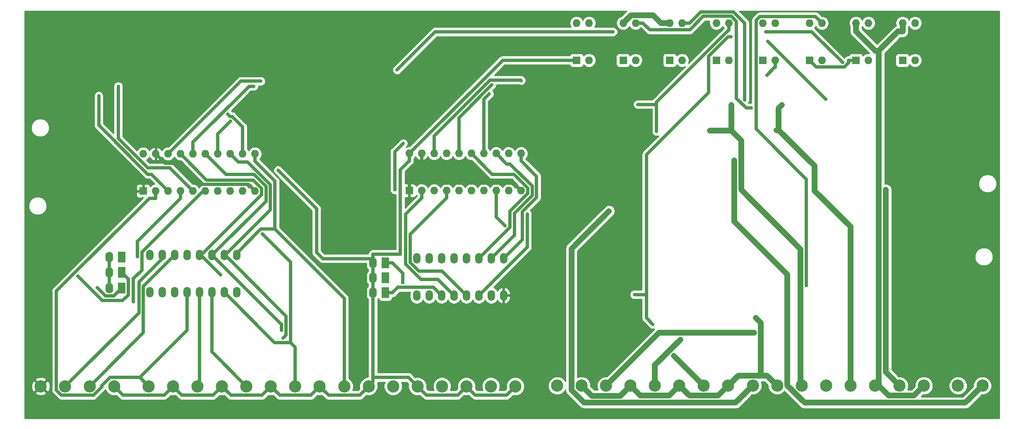
<source format=gbr>
G04 #@! TF.GenerationSoftware,KiCad,Pcbnew,(5.0.0)*
G04 #@! TF.CreationDate,2018-09-12T00:51:28-05:00*
G04 #@! TF.ProjectId,Vending_driveV2,56656E64696E675F647269766556322E,V1.0*
G04 #@! TF.SameCoordinates,Original*
G04 #@! TF.FileFunction,Copper,L2,Bot,Signal*
G04 #@! TF.FilePolarity,Positive*
%FSLAX46Y46*%
G04 Gerber Fmt 4.6, Leading zero omitted, Abs format (unit mm)*
G04 Created by KiCad (PCBNEW (5.0.0)) date 09/12/18 00:51:28*
%MOMM*%
%LPD*%
G01*
G04 APERTURE LIST*
G04 #@! TA.AperFunction,ComponentPad*
%ADD10R,1.600000X1.600000*%
G04 #@! TD*
G04 #@! TA.AperFunction,ComponentPad*
%ADD11O,1.600000X1.600000*%
G04 #@! TD*
G04 #@! TA.AperFunction,ComponentPad*
%ADD12C,2.500000*%
G04 #@! TD*
G04 #@! TA.AperFunction,ComponentPad*
%ADD13R,1.524000X2.199640*%
G04 #@! TD*
G04 #@! TA.AperFunction,ComponentPad*
%ADD14O,1.524000X2.199640*%
G04 #@! TD*
G04 #@! TA.AperFunction,ComponentPad*
%ADD15O,1.501140X2.199640*%
G04 #@! TD*
G04 #@! TA.AperFunction,ViaPad*
%ADD16C,0.800000*%
G04 #@! TD*
G04 #@! TA.AperFunction,ViaPad*
%ADD17C,0.500000*%
G04 #@! TD*
G04 #@! TA.AperFunction,Conductor*
%ADD18C,1.200000*%
G04 #@! TD*
G04 #@! TA.AperFunction,Conductor*
%ADD19C,0.700000*%
G04 #@! TD*
G04 #@! TA.AperFunction,Conductor*
%ADD20C,0.254000*%
G04 #@! TD*
G04 APERTURE END LIST*
D10*
G04 #@! TO.P,U4,1*
G04 #@! TO.N,+5Vcc*
X174117000Y-59055000D03*
D11*
G04 #@! TO.P,U4,3*
G04 #@! TO.N,Net-(Q4-Pad1)*
X176657000Y-51435000D03*
G04 #@! TO.P,U4,2*
G04 #@! TO.N,Net-(R4-Pad1)*
X176657000Y-59055000D03*
G04 #@! TO.P,U4,4*
G04 #@! TO.N,+24V*
X174117000Y-51435000D03*
G04 #@! TD*
D10*
G04 #@! TO.P,U2,1*
G04 #@! TO.N,+5Vcc*
X155067000Y-59055000D03*
D11*
G04 #@! TO.P,U2,3*
G04 #@! TO.N,Net-(Q2-Pad1)*
X157607000Y-51435000D03*
G04 #@! TO.P,U2,2*
G04 #@! TO.N,Net-(R2-Pad1)*
X157607000Y-59055000D03*
G04 #@! TO.P,U2,4*
G04 #@! TO.N,+24V*
X155067000Y-51435000D03*
G04 #@! TD*
D10*
G04 #@! TO.P,U3,1*
G04 #@! TO.N,+5Vcc*
X164592000Y-59055000D03*
D11*
G04 #@! TO.P,U3,3*
G04 #@! TO.N,Net-(Q3-Pad1)*
X167132000Y-51435000D03*
G04 #@! TO.P,U3,2*
G04 #@! TO.N,Net-(R3-Pad1)*
X167132000Y-59055000D03*
G04 #@! TO.P,U3,4*
G04 #@! TO.N,+24V*
X164592000Y-51435000D03*
G04 #@! TD*
D10*
G04 #@! TO.P,U1,1*
G04 #@! TO.N,+5Vcc*
X145542000Y-59055000D03*
D11*
G04 #@! TO.P,U1,3*
G04 #@! TO.N,Net-(Q1-Pad1)*
X148082000Y-51435000D03*
G04 #@! TO.P,U1,2*
G04 #@! TO.N,Net-(R1-Pad1)*
X148082000Y-59055000D03*
G04 #@! TO.P,U1,4*
G04 #@! TO.N,+24V*
X145542000Y-51435000D03*
G04 #@! TD*
D10*
G04 #@! TO.P,U8,1*
G04 #@! TO.N,+5Vcc*
X212217000Y-59055000D03*
D11*
G04 #@! TO.P,U8,3*
G04 #@! TO.N,Net-(Q8-Pad1)*
X214757000Y-51435000D03*
G04 #@! TO.P,U8,2*
G04 #@! TO.N,Net-(R12-Pad1)*
X214757000Y-59055000D03*
G04 #@! TO.P,U8,4*
G04 #@! TO.N,+24V*
X212217000Y-51435000D03*
G04 #@! TD*
D10*
G04 #@! TO.P,U12,1*
G04 #@! TO.N,GND*
X111315000Y-85788000D03*
D11*
G04 #@! TO.P,U12,11*
G04 #@! TO.N,SIGNAL_05*
X134175000Y-78168000D03*
G04 #@! TO.P,U12,2*
G04 #@! TO.N,SIGNAL_01*
X113855000Y-85788000D03*
G04 #@! TO.P,U12,12*
G04 #@! TO.N,Q4*
X131635000Y-78168000D03*
G04 #@! TO.P,U12,3*
G04 #@! TO.N,Q8*
X116395000Y-85788000D03*
G04 #@! TO.P,U12,13*
G04 #@! TO.N,SIGNAL_06*
X129095000Y-78168000D03*
G04 #@! TO.P,U12,4*
G04 #@! TO.N,SIGNAL_02*
X118935000Y-85788000D03*
G04 #@! TO.P,U12,14*
G04 #@! TO.N,Q3*
X126555000Y-78168000D03*
G04 #@! TO.P,U12,5*
G04 #@! TO.N,Q7*
X121475000Y-85788000D03*
G04 #@! TO.P,U12,15*
G04 #@! TO.N,SIGNAL_07*
X124015000Y-78168000D03*
G04 #@! TO.P,U12,6*
G04 #@! TO.N,SIGNAL_03*
X124015000Y-85788000D03*
G04 #@! TO.P,U12,16*
G04 #@! TO.N,Q2*
X121475000Y-78168000D03*
G04 #@! TO.P,U12,7*
G04 #@! TO.N,Q6*
X126555000Y-85788000D03*
G04 #@! TO.P,U12,17*
G04 #@! TO.N,SIGNAL_08*
X118935000Y-78168000D03*
G04 #@! TO.P,U12,8*
G04 #@! TO.N,SIGNAL_04*
X129095000Y-85788000D03*
G04 #@! TO.P,U12,18*
G04 #@! TO.N,Q1*
X116395000Y-78168000D03*
G04 #@! TO.P,U12,9*
G04 #@! TO.N,Q5*
X131635000Y-85788000D03*
G04 #@! TO.P,U12,19*
G04 #@! TO.N,GND*
X113855000Y-78168000D03*
G04 #@! TO.P,U12,10*
X134175000Y-85788000D03*
G04 #@! TO.P,U12,20*
G04 #@! TO.N,+5Vcc*
X111315000Y-78168000D03*
G04 #@! TD*
D12*
G04 #@! TO.P,J1,4*
G04 #@! TO.N,+5Vcc*
X50934000Y-125857000D03*
G04 #@! TO.P,J1,3*
G04 #@! TO.N,SCL*
X45934000Y-125857000D03*
G04 #@! TO.P,J1,1*
G04 #@! TO.N,GND*
X35934000Y-125857000D03*
G04 #@! TO.P,J1,2*
G04 #@! TO.N,SDA*
X40934000Y-125857000D03*
G04 #@! TD*
D13*
G04 #@! TO.P,J2,1*
G04 #@! TO.N,Net-(J2-Pad1)*
X52514500Y-105728000D03*
D14*
G04 #@! TO.P,J2,2*
G04 #@! TO.N,+5Vcc*
X49974500Y-105728000D03*
G04 #@! TD*
D13*
G04 #@! TO.P,J5,1*
G04 #@! TO.N,Net-(J5-Pad1)*
X106426000Y-100584000D03*
D14*
G04 #@! TO.P,J5,2*
G04 #@! TO.N,+5Vcc*
X103886000Y-100584000D03*
G04 #@! TD*
D13*
G04 #@! TO.P,J6,1*
G04 #@! TO.N,Net-(J6-Pad1)*
X106426000Y-103632000D03*
D14*
G04 #@! TO.P,J6,2*
G04 #@! TO.N,+5Vcc*
X103886000Y-103632000D03*
G04 #@! TD*
D13*
G04 #@! TO.P,J7,1*
G04 #@! TO.N,Net-(J7-Pad1)*
X106426000Y-106680000D03*
D14*
G04 #@! TO.P,J7,2*
G04 #@! TO.N,+5Vcc*
X103886000Y-106680000D03*
G04 #@! TD*
D12*
G04 #@! TO.P,J10,1*
G04 #@! TO.N,+24V*
X223560000Y-125730000D03*
G04 #@! TO.P,J10,2*
G04 #@! TO.N,GNDPWR*
X228560000Y-125730000D03*
G04 #@! TD*
D10*
G04 #@! TO.P,U5,1*
G04 #@! TO.N,+5Vcc*
X183642000Y-59055000D03*
D11*
G04 #@! TO.P,U5,3*
G04 #@! TO.N,Net-(Q5-Pad1)*
X186182000Y-51435000D03*
G04 #@! TO.P,U5,2*
G04 #@! TO.N,Net-(R9-Pad1)*
X186182000Y-59055000D03*
G04 #@! TO.P,U5,4*
G04 #@! TO.N,+24V*
X183642000Y-51435000D03*
G04 #@! TD*
D10*
G04 #@! TO.P,U6,1*
G04 #@! TO.N,+5Vcc*
X193167000Y-59055000D03*
D11*
G04 #@! TO.P,U6,3*
G04 #@! TO.N,Net-(Q6-Pad1)*
X195707000Y-51435000D03*
G04 #@! TO.P,U6,2*
G04 #@! TO.N,Net-(R10-Pad1)*
X195707000Y-59055000D03*
G04 #@! TO.P,U6,4*
G04 #@! TO.N,+24V*
X193167000Y-51435000D03*
G04 #@! TD*
D10*
G04 #@! TO.P,U7,1*
G04 #@! TO.N,+5Vcc*
X202692000Y-59055000D03*
D11*
G04 #@! TO.P,U7,3*
G04 #@! TO.N,Net-(Q7-Pad1)*
X205232000Y-51435000D03*
G04 #@! TO.P,U7,2*
G04 #@! TO.N,Net-(R11-Pad1)*
X205232000Y-59055000D03*
G04 #@! TO.P,U7,4*
G04 #@! TO.N,+24V*
X202692000Y-51435000D03*
G04 #@! TD*
D15*
G04 #@! TO.P,U9,1*
G04 #@! TO.N,Net-(J2-Pad1)*
X58229500Y-106616000D03*
G04 #@! TO.P,U9,2*
G04 #@! TO.N,Net-(J3-Pad1)*
X60769500Y-106616000D03*
G04 #@! TO.P,U9,3*
G04 #@! TO.N,Net-(J4-Pad1)*
X63309500Y-106616000D03*
G04 #@! TO.P,U9,4*
G04 #@! TO.N,IN01*
X65849500Y-106616000D03*
G04 #@! TO.P,U9,5*
G04 #@! TO.N,IN02*
X68389500Y-106616000D03*
G04 #@! TO.P,U9,6*
G04 #@! TO.N,IN03*
X70929500Y-106616000D03*
G04 #@! TO.P,U9,7*
G04 #@! TO.N,IN04*
X73469500Y-106616000D03*
G04 #@! TO.P,U9,8*
G04 #@! TO.N,GND*
X76009500Y-106616000D03*
G04 #@! TO.P,U9,9*
G04 #@! TO.N,IN05*
X76009500Y-98996000D03*
G04 #@! TO.P,U9,10*
G04 #@! TO.N,IN06*
X73469500Y-98996000D03*
G04 #@! TO.P,U9,11*
G04 #@! TO.N,IN07*
X70929500Y-98996000D03*
G04 #@! TO.P,U9,12*
G04 #@! TO.N,IN08*
X68389500Y-98996000D03*
G04 #@! TO.P,U9,13*
G04 #@! TO.N,N/C*
X65849500Y-98996000D03*
G04 #@! TO.P,U9,14*
G04 #@! TO.N,SCL*
X63309500Y-98996000D03*
G04 #@! TO.P,U9,15*
G04 #@! TO.N,SDA*
X60769500Y-98996000D03*
G04 #@! TO.P,U9,16*
G04 #@! TO.N,+5Vcc*
X58229500Y-98996000D03*
G04 #@! TD*
G04 #@! TO.P,U10,1*
G04 #@! TO.N,Net-(J5-Pad1)*
X112840000Y-107252000D03*
G04 #@! TO.P,U10,2*
G04 #@! TO.N,Net-(J6-Pad1)*
X115380000Y-107252000D03*
G04 #@! TO.P,U10,3*
G04 #@! TO.N,Net-(J7-Pad1)*
X117920000Y-107252000D03*
G04 #@! TO.P,U10,4*
G04 #@! TO.N,SIGNAL_01*
X120460000Y-107252000D03*
G04 #@! TO.P,U10,5*
G04 #@! TO.N,SIGNAL_02*
X123000000Y-107252000D03*
G04 #@! TO.P,U10,6*
G04 #@! TO.N,SIGNAL_03*
X125540000Y-107252000D03*
G04 #@! TO.P,U10,7*
G04 #@! TO.N,SIGNAL_04*
X128080000Y-107252000D03*
G04 #@! TO.P,U10,8*
G04 #@! TO.N,GND*
X130620000Y-107252000D03*
G04 #@! TO.P,U10,9*
G04 #@! TO.N,SIGNAL_05*
X130620000Y-99632000D03*
G04 #@! TO.P,U10,10*
G04 #@! TO.N,SIGNAL_06*
X128080000Y-99632000D03*
G04 #@! TO.P,U10,11*
G04 #@! TO.N,SIGNAL_07*
X125540000Y-99632000D03*
G04 #@! TO.P,U10,12*
G04 #@! TO.N,SIGNAL_08*
X123000000Y-99632000D03*
G04 #@! TO.P,U10,13*
G04 #@! TO.N,N/C*
X120460000Y-99632000D03*
G04 #@! TO.P,U10,14*
G04 #@! TO.N,SCL*
X117920000Y-99632000D03*
G04 #@! TO.P,U10,15*
G04 #@! TO.N,SDA*
X115380000Y-99632000D03*
G04 #@! TO.P,U10,16*
G04 #@! TO.N,+5Vcc*
X112840000Y-99632000D03*
G04 #@! TD*
D10*
G04 #@! TO.P,U11,1*
G04 #@! TO.N,GND*
X56896000Y-85852000D03*
D11*
G04 #@! TO.P,U11,11*
G04 #@! TO.N,IN05*
X79756000Y-78232000D03*
G04 #@! TO.P,U11,2*
G04 #@! TO.N,IN01*
X59436000Y-85852000D03*
G04 #@! TO.P,U11,12*
G04 #@! TO.N,S4*
X77216000Y-78232000D03*
G04 #@! TO.P,U11,3*
G04 #@! TO.N,S8*
X61976000Y-85852000D03*
G04 #@! TO.P,U11,13*
G04 #@! TO.N,IN06*
X74676000Y-78232000D03*
G04 #@! TO.P,U11,4*
G04 #@! TO.N,IN02*
X64516000Y-85852000D03*
G04 #@! TO.P,U11,14*
G04 #@! TO.N,S3*
X72136000Y-78232000D03*
G04 #@! TO.P,U11,5*
G04 #@! TO.N,S7*
X67056000Y-85852000D03*
G04 #@! TO.P,U11,15*
G04 #@! TO.N,IN07*
X69596000Y-78232000D03*
G04 #@! TO.P,U11,6*
G04 #@! TO.N,IN03*
X69596000Y-85852000D03*
G04 #@! TO.P,U11,16*
G04 #@! TO.N,S2*
X67056000Y-78232000D03*
G04 #@! TO.P,U11,7*
G04 #@! TO.N,S6*
X72136000Y-85852000D03*
G04 #@! TO.P,U11,17*
G04 #@! TO.N,IN08*
X64516000Y-78232000D03*
G04 #@! TO.P,U11,8*
G04 #@! TO.N,IN04*
X74676000Y-85852000D03*
G04 #@! TO.P,U11,18*
G04 #@! TO.N,S1*
X61976000Y-78232000D03*
G04 #@! TO.P,U11,9*
G04 #@! TO.N,S5*
X77216000Y-85852000D03*
G04 #@! TO.P,U11,19*
G04 #@! TO.N,GND*
X59436000Y-78232000D03*
G04 #@! TO.P,U11,10*
X79756000Y-85852000D03*
G04 #@! TO.P,U11,20*
G04 #@! TO.N,+5Vcc*
X56896000Y-78232000D03*
G04 #@! TD*
D13*
G04 #@! TO.P,J3,1*
G04 #@! TO.N,Net-(J3-Pad1)*
X52514500Y-102552000D03*
D14*
G04 #@! TO.P,J3,2*
G04 #@! TO.N,+5Vcc*
X49974500Y-102552000D03*
G04 #@! TD*
D13*
G04 #@! TO.P,J4,1*
G04 #@! TO.N,Net-(J4-Pad1)*
X52514500Y-99378000D03*
D14*
G04 #@! TO.P,J4,2*
G04 #@! TO.N,+5Vcc*
X49974500Y-99378000D03*
G04 #@! TD*
D12*
G04 #@! TO.P,J8,16*
G04 #@! TO.N,+24V*
X216570000Y-125730000D03*
G04 #@! TO.P,J8,15*
G04 #@! TO.N,MOTOR_01-*
X211570000Y-125730000D03*
G04 #@! TO.P,J8,14*
G04 #@! TO.N,+24V*
X206570000Y-125730000D03*
G04 #@! TO.P,J8,13*
G04 #@! TO.N,MOTOR_02-*
X201570000Y-125730000D03*
G04 #@! TO.P,J8,12*
G04 #@! TO.N,+24V*
X196570000Y-125730000D03*
G04 #@! TO.P,J8,11*
G04 #@! TO.N,MOTOR_03-*
X191570000Y-125730000D03*
G04 #@! TO.P,J8,10*
G04 #@! TO.N,+24V*
X186570000Y-125730000D03*
G04 #@! TO.P,J8,9*
G04 #@! TO.N,MOTOR_04-*
X181570000Y-125730000D03*
G04 #@! TO.P,J8,8*
G04 #@! TO.N,+24V*
X176570000Y-125730000D03*
G04 #@! TO.P,J8,7*
G04 #@! TO.N,MOTOR_05-*
X171570000Y-125730000D03*
G04 #@! TO.P,J8,6*
G04 #@! TO.N,+24V*
X166570000Y-125730000D03*
G04 #@! TO.P,J8,5*
G04 #@! TO.N,MOTOR_06-*
X161570000Y-125730000D03*
G04 #@! TO.P,J8,4*
G04 #@! TO.N,+24V*
X156570000Y-125730000D03*
G04 #@! TO.P,J8,3*
G04 #@! TO.N,MOTOR_07-*
X151570000Y-125730000D03*
G04 #@! TO.P,J8,1*
G04 #@! TO.N,MOTOR_08-*
X141570000Y-125730000D03*
G04 #@! TO.P,J8,2*
G04 #@! TO.N,+24V*
X146570000Y-125730000D03*
G04 #@! TD*
G04 #@! TO.P,J9,16*
G04 #@! TO.N,+5Vcc*
X133004000Y-125857000D03*
G04 #@! TO.P,J9,15*
G04 #@! TO.N,IN08*
X128004000Y-125857000D03*
G04 #@! TO.P,J9,14*
G04 #@! TO.N,+5Vcc*
X123004000Y-125857000D03*
G04 #@! TO.P,J9,13*
G04 #@! TO.N,IN07*
X118004000Y-125857000D03*
G04 #@! TO.P,J9,12*
G04 #@! TO.N,+5Vcc*
X113004000Y-125857000D03*
G04 #@! TO.P,J9,11*
G04 #@! TO.N,IN06*
X108004000Y-125857000D03*
G04 #@! TO.P,J9,10*
G04 #@! TO.N,+5Vcc*
X103004000Y-125857000D03*
G04 #@! TO.P,J9,9*
G04 #@! TO.N,IN05*
X98004000Y-125857000D03*
G04 #@! TO.P,J9,8*
G04 #@! TO.N,+5Vcc*
X93004000Y-125857000D03*
G04 #@! TO.P,J9,7*
G04 #@! TO.N,IN04*
X88004000Y-125857000D03*
G04 #@! TO.P,J9,6*
G04 #@! TO.N,+5Vcc*
X83004000Y-125857000D03*
G04 #@! TO.P,J9,5*
G04 #@! TO.N,IN03*
X78004000Y-125857000D03*
G04 #@! TO.P,J9,4*
G04 #@! TO.N,+5Vcc*
X73004000Y-125857000D03*
G04 #@! TO.P,J9,3*
G04 #@! TO.N,IN02*
X68004000Y-125857000D03*
G04 #@! TO.P,J9,1*
G04 #@! TO.N,IN01*
X58004000Y-125857000D03*
G04 #@! TO.P,J9,2*
G04 #@! TO.N,+5Vcc*
X63004000Y-125857000D03*
G04 #@! TD*
D16*
G04 #@! TO.N,MOTOR_01-*
X208787000Y-85606000D03*
G04 #@! TO.N,MOTOR_03-*
X172836700Y-73461500D03*
X179197000Y-85606000D03*
X177186600Y-68247300D03*
G04 #@! TO.N,MOTOR_02-*
X187557400Y-68247300D03*
X194239000Y-85818800D03*
X186391500Y-73354800D03*
G04 #@! TO.N,MOTOR_04-*
X152174300Y-89986500D03*
G04 #@! TO.N,MOTOR_05-*
X165451100Y-119611100D03*
D17*
G04 #@! TO.N,SIGNAL_03*
X135432400Y-90568000D03*
G04 #@! TO.N,SIGNAL_04*
X130906100Y-92992600D03*
G04 #@! TO.N,Net-(Q1-Pad1)*
X184656100Y-55226200D03*
X196483900Y-67054000D03*
G04 #@! TO.N,Net-(Q2-Pad1)*
X181298600Y-68811600D03*
G04 #@! TO.N,Net-(Q3-Pad1)*
X179941700Y-67183300D03*
G04 #@! TO.N,Net-(Q4-Pad1)*
X161908900Y-73615500D03*
X158067000Y-68119600D03*
G04 #@! TO.N,Net-(Q5-Pad1)*
X177119800Y-54238100D03*
X157377700Y-107069000D03*
X161132600Y-113148600D03*
G04 #@! TO.N,Q1*
X134193100Y-63198500D03*
G04 #@! TO.N,Q3*
X127659400Y-65950600D03*
G04 #@! TO.N,Q2*
X128221900Y-64092900D03*
D16*
G04 #@! TO.N,MOTOR_06-*
X166786100Y-116289800D03*
G04 #@! TO.N,MOTOR_07-*
X181823500Y-114889500D03*
D17*
G04 #@! TO.N,Q7*
X184271500Y-53250000D03*
X199945600Y-59536800D03*
X152992500Y-53250000D03*
X108826600Y-61024400D03*
G04 #@! TO.N,S1*
X80902300Y-63331900D03*
G04 #@! TO.N,S2*
X79502000Y-64406000D03*
G04 #@! TO.N,S3*
X74755600Y-71503300D03*
G04 #@! TO.N,S4*
X74138700Y-70076800D03*
G04 #@! TO.N,S7*
X51792600Y-64406000D03*
G04 #@! TO.N,S8*
X47793900Y-66382000D03*
G04 #@! TO.N,+5Vcc*
X84490400Y-81608200D03*
X92353200Y-98427900D03*
X109497200Y-98721300D03*
G04 #@! TO.N,IN08*
X72755300Y-103047400D03*
G04 #@! TO.N,IN07*
X85133800Y-114402500D03*
G04 #@! TO.N,IN06*
X85508000Y-115982000D03*
G04 #@! TO.N,IN04*
X81291400Y-94621100D03*
G04 #@! TO.N,IN03*
X54888200Y-108564900D03*
G04 #@! TO.N,IN02*
X55737200Y-99283800D03*
D16*
G04 #@! TO.N,GNDPWR*
X178793400Y-93107600D03*
X177796600Y-79546400D03*
D17*
G04 #@! TO.N,Net-(Q6-Pad1)*
X192528100Y-105255600D03*
G04 #@! TO.N,SIGNAL_08*
X110072700Y-76081700D03*
X108369000Y-85625700D03*
G04 #@! TO.N,Net-(J2-Pad1)*
X47466000Y-105650900D03*
G04 #@! TO.N,Net-(J5-Pad1)*
X110017700Y-104655600D03*
G04 #@! TO.N,Net-(J3-Pad1)*
X43497200Y-103251600D03*
G04 #@! TO.N,Net-(R9-Pad1)*
X184450000Y-62103000D03*
D16*
G04 #@! TO.N,+24V*
X182223400Y-111808300D03*
G04 #@! TD*
D18*
G04 #@! TO.N,MOTOR_01-*
X211570000Y-125730000D02*
X208787000Y-122947000D01*
X208787000Y-122947000D02*
X208787000Y-85606000D01*
G04 #@! TO.N,MOTOR_03-*
X177186600Y-73461500D02*
X177186600Y-68247300D01*
X179197000Y-85606000D02*
X179197000Y-75471900D01*
X179197000Y-75471900D02*
X177186600Y-73461500D01*
X177186600Y-73461500D02*
X172836700Y-73461500D01*
X179197000Y-85606000D02*
X191365100Y-97774100D01*
X191365100Y-97774100D02*
X191365100Y-125525100D01*
X191365100Y-125525100D02*
X191570000Y-125730000D01*
G04 #@! TO.N,MOTOR_02-*
X186891500Y-73354800D02*
X186391500Y-73354800D01*
X194239000Y-85818800D02*
X194239000Y-80702300D01*
X194239000Y-80702300D02*
X186891500Y-73354800D01*
X187557400Y-68247300D02*
X186891500Y-68913200D01*
X186891500Y-68913200D02*
X186891500Y-73354800D01*
X194239000Y-85818800D02*
X201570000Y-93149800D01*
X201570000Y-93149800D02*
X201570000Y-125730000D01*
G04 #@! TO.N,MOTOR_04-*
X181570000Y-125730000D02*
X178075800Y-129224200D01*
X178075800Y-129224200D02*
X147101400Y-129224200D01*
X147101400Y-129224200D02*
X144503400Y-126626200D01*
X144503400Y-126626200D02*
X144503400Y-97657400D01*
X144503400Y-97657400D02*
X152174300Y-89986500D01*
G04 #@! TO.N,MOTOR_05-*
X171570000Y-125730000D02*
X165451100Y-119611100D01*
D19*
G04 #@! TO.N,SIGNAL_03*
X125540000Y-107252000D02*
X135432400Y-97359600D01*
X135432400Y-97359600D02*
X135432400Y-90568000D01*
G04 #@! TO.N,SIGNAL_01*
X113855000Y-85788000D02*
X113855000Y-87288000D01*
X120460000Y-107252000D02*
X117185100Y-103977100D01*
X117185100Y-103977100D02*
X113688100Y-103977100D01*
X113688100Y-103977100D02*
X110568000Y-100857000D01*
X110568000Y-100857000D02*
X110568000Y-90575000D01*
X110568000Y-90575000D02*
X113855000Y-87288000D01*
G04 #@! TO.N,SIGNAL_02*
X118935000Y-85788000D02*
X118935000Y-87288000D01*
X123000000Y-107252000D02*
X118048400Y-102300400D01*
X118048400Y-102300400D02*
X113314700Y-102300400D01*
X113314700Y-102300400D02*
X111503000Y-100488700D01*
X111503000Y-100488700D02*
X111503000Y-94720000D01*
X111503000Y-94720000D02*
X118935000Y-87288000D01*
G04 #@! TO.N,SIGNAL_04*
X129095000Y-85788000D02*
X129095000Y-91181500D01*
X129095000Y-91181500D02*
X130906100Y-92992600D01*
G04 #@! TO.N,SIGNAL_05*
X130620000Y-99632000D02*
X134459100Y-95792900D01*
X134459100Y-95792900D02*
X134459100Y-90039100D01*
X134459100Y-90039100D02*
X137342600Y-87155600D01*
X137342600Y-87155600D02*
X137342600Y-82835600D01*
X137342600Y-82835600D02*
X134175000Y-79668000D01*
X134175000Y-78168000D02*
X134175000Y-79668000D01*
G04 #@! TO.N,GND*
X114895000Y-80708000D02*
X118421400Y-84234400D01*
X118421400Y-84234400D02*
X132621400Y-84234400D01*
X132621400Y-84234400D02*
X134175000Y-85788000D01*
X114895000Y-80708000D02*
X113855000Y-79668000D01*
X111315000Y-84288000D02*
X114895000Y-80708000D01*
X111315000Y-85788000D02*
X111315000Y-84288000D01*
X113855000Y-78168000D02*
X113855000Y-79668000D01*
X79756000Y-85852000D02*
X78405600Y-84501600D01*
X78405600Y-84501600D02*
X68352200Y-84501600D01*
X68352200Y-84501600D02*
X64017900Y-80167300D01*
X64017900Y-80167300D02*
X61371300Y-80167300D01*
X61371300Y-80167300D02*
X59436000Y-78232000D01*
G04 #@! TO.N,Net-(Q1-Pad1)*
X196483900Y-67054000D02*
X184656100Y-55226200D01*
G04 #@! TO.N,Net-(Q2-Pad1)*
X157607000Y-51435000D02*
X159107000Y-51435000D01*
X181298600Y-68811600D02*
X180218100Y-68811600D01*
X180218100Y-68811600D02*
X178257900Y-66851400D01*
X178257900Y-66851400D02*
X178257900Y-51107000D01*
X178257900Y-51107000D02*
X177216300Y-50065400D01*
X177216300Y-50065400D02*
X171471800Y-50065400D01*
X171471800Y-50065400D02*
X168717500Y-52819700D01*
X168717500Y-52819700D02*
X160491700Y-52819700D01*
X160491700Y-52819700D02*
X159107000Y-51435000D01*
G04 #@! TO.N,Net-(Q3-Pad1)*
X179941700Y-67183300D02*
X179941700Y-51498500D01*
X179941700Y-51498500D02*
X177589000Y-49145800D01*
X177589000Y-49145800D02*
X170921200Y-49145800D01*
X170921200Y-49145800D02*
X168632000Y-51435000D01*
X167132000Y-51435000D02*
X168632000Y-51435000D01*
G04 #@! TO.N,Net-(Q4-Pad1)*
X161908900Y-68119600D02*
X158067000Y-68119600D01*
X176657000Y-52935000D02*
X176579300Y-52935000D01*
X176579300Y-52935000D02*
X161908900Y-67605400D01*
X161908900Y-67605400D02*
X161908900Y-68119600D01*
X161908900Y-68119600D02*
X161908900Y-73615500D01*
X176657000Y-51435000D02*
X176657000Y-52935000D01*
G04 #@! TO.N,Net-(Q5-Pad1)*
X159814500Y-107069000D02*
X159814500Y-78401600D01*
X159814500Y-78401600D02*
X172567600Y-65648500D01*
X172567600Y-65648500D02*
X172567600Y-58223300D01*
X172567600Y-58223300D02*
X176552800Y-54238100D01*
X176552800Y-54238100D02*
X177119800Y-54238100D01*
X161132600Y-113148600D02*
X159814500Y-111830500D01*
X159814500Y-111830500D02*
X159814500Y-107069000D01*
X159814500Y-107069000D02*
X157377700Y-107069000D01*
G04 #@! TO.N,Q1*
X134193100Y-63198500D02*
X134109900Y-63115300D01*
X134109900Y-63115300D02*
X127862300Y-63115300D01*
X127862300Y-63115300D02*
X116395000Y-74582600D01*
X116395000Y-74582600D02*
X116395000Y-78168000D01*
G04 #@! TO.N,Q3*
X126555000Y-78168000D02*
X126555000Y-67055000D01*
X126555000Y-67055000D02*
X127659400Y-65950600D01*
G04 #@! TO.N,Q2*
X121475000Y-76668000D02*
X121475000Y-70839800D01*
X121475000Y-70839800D02*
X128221900Y-64092900D01*
X121475000Y-78168000D02*
X121475000Y-76668000D01*
D18*
G04 #@! TO.N,MOTOR_06-*
X161570000Y-125730000D02*
X161570000Y-121505900D01*
X161570000Y-121505900D02*
X166786100Y-116289800D01*
G04 #@! TO.N,MOTOR_07-*
X151570000Y-125730000D02*
X162410500Y-114889500D01*
X162410500Y-114889500D02*
X181823500Y-114889500D01*
D19*
G04 #@! TO.N,Q7*
X199945600Y-59536800D02*
X193658800Y-53250000D01*
X193658800Y-53250000D02*
X184271500Y-53250000D01*
X152992500Y-53250000D02*
X116601000Y-53250000D01*
X116601000Y-53250000D02*
X108826600Y-61024400D01*
G04 #@! TO.N,S1*
X61976000Y-78232000D02*
X76876100Y-63331900D01*
X76876100Y-63331900D02*
X80902300Y-63331900D01*
G04 #@! TO.N,S2*
X79502000Y-64406000D02*
X78536300Y-64406000D01*
X78536300Y-64406000D02*
X67056000Y-75886300D01*
X67056000Y-75886300D02*
X67056000Y-78232000D01*
G04 #@! TO.N,S3*
X72136000Y-78232000D02*
X72136000Y-74122900D01*
X72136000Y-74122900D02*
X74755600Y-71503300D01*
G04 #@! TO.N,S4*
X77216000Y-78232000D02*
X77216000Y-72690400D01*
X77216000Y-72690400D02*
X75128600Y-70603000D01*
X75128600Y-70603000D02*
X74664900Y-70603000D01*
X74664900Y-70603000D02*
X74138700Y-70076800D01*
G04 #@! TO.N,S7*
X67056000Y-85852000D02*
X62271600Y-81067600D01*
X62271600Y-81067600D02*
X57796200Y-81067600D01*
X57796200Y-81067600D02*
X51792600Y-75064000D01*
X51792600Y-75064000D02*
X51792600Y-64406000D01*
G04 #@! TO.N,S8*
X61976000Y-85852000D02*
X58551800Y-82427800D01*
X58551800Y-82427800D02*
X57857300Y-82427800D01*
X57857300Y-82427800D02*
X47793900Y-72364400D01*
X47793900Y-72364400D02*
X47793900Y-66382000D01*
G04 #@! TO.N,+5Vcc*
X145542000Y-59055000D02*
X130428000Y-59055000D01*
X130428000Y-59055000D02*
X111315000Y-78168000D01*
X193167000Y-59055000D02*
X194549100Y-60437100D01*
X194549100Y-60437100D02*
X200318600Y-60437100D01*
X200318600Y-60437100D02*
X201192000Y-59563700D01*
X201192000Y-59563700D02*
X201192000Y-59055000D01*
X103886000Y-98784100D02*
X109434400Y-98784100D01*
X109434400Y-98784100D02*
X109497200Y-98721300D01*
X109497200Y-98721300D02*
X109497200Y-81485800D01*
X109497200Y-81485800D02*
X111315000Y-79668000D01*
X103886000Y-99684000D02*
X93609300Y-99684000D01*
X93609300Y-99684000D02*
X92353200Y-98427900D01*
X103886000Y-99684000D02*
X103886000Y-98784100D01*
X103886000Y-100584000D02*
X103886000Y-99684000D01*
X103886000Y-103632000D02*
X103886000Y-100584000D01*
X92353200Y-98427900D02*
X92353200Y-89471000D01*
X92353200Y-89471000D02*
X84490400Y-81608200D01*
X202692000Y-59055000D02*
X201192000Y-59055000D01*
X123004000Y-125857000D02*
X124805000Y-127658000D01*
X124805000Y-127658000D02*
X131203000Y-127658000D01*
X131203000Y-127658000D02*
X133004000Y-125857000D01*
X123004000Y-125857000D02*
X121203000Y-127658000D01*
X121203000Y-127658000D02*
X114805000Y-127658000D01*
X114805000Y-127658000D02*
X113004000Y-125857000D01*
X111315000Y-78168000D02*
X111315000Y-79668000D01*
X49974500Y-99378000D02*
X49974500Y-102552000D01*
X63004000Y-125857000D02*
X64804400Y-127657400D01*
X64804400Y-127657400D02*
X71203600Y-127657400D01*
X71203600Y-127657400D02*
X73004000Y-125857000D01*
X63004000Y-125857000D02*
X61203200Y-127657800D01*
X61203200Y-127657800D02*
X52734800Y-127657800D01*
X52734800Y-127657800D02*
X50934000Y-125857000D01*
X103886000Y-124030400D02*
X111177400Y-124030400D01*
X111177400Y-124030400D02*
X113004000Y-125857000D01*
X103886000Y-106680000D02*
X103886000Y-103632000D01*
X103886000Y-124030400D02*
X103886000Y-106680000D01*
X93004000Y-125857000D02*
X94804400Y-127657400D01*
X94804400Y-127657400D02*
X101203600Y-127657400D01*
X101203600Y-127657400D02*
X103004000Y-125857000D01*
X83004000Y-125857000D02*
X84804400Y-127657400D01*
X84804400Y-127657400D02*
X91203600Y-127657400D01*
X91203600Y-127657400D02*
X93004000Y-125857000D01*
X73004000Y-125857000D02*
X74804400Y-127657400D01*
X74804400Y-127657400D02*
X81203600Y-127657400D01*
X81203600Y-127657400D02*
X83004000Y-125857000D01*
X103886000Y-124030400D02*
X103886000Y-124975000D01*
X103886000Y-124975000D02*
X103004000Y-125857000D01*
X49974500Y-102552000D02*
X49974500Y-105728000D01*
G04 #@! TO.N,SCL*
X63309500Y-98996000D02*
X56916800Y-105388700D01*
X56916800Y-105388700D02*
X56916800Y-114874200D01*
X56916800Y-114874200D02*
X45934000Y-125857000D01*
G04 #@! TO.N,SDA*
X60769500Y-98996000D02*
X60769500Y-99745900D01*
X60769500Y-99745900D02*
X56016400Y-104499000D01*
X56016400Y-104499000D02*
X56016400Y-110774600D01*
X56016400Y-110774600D02*
X40934000Y-125857000D01*
G04 #@! TO.N,IN08*
X68740300Y-98996000D02*
X68389500Y-98996000D01*
X72755300Y-103047400D02*
X68740300Y-99032400D01*
X68740300Y-99032400D02*
X68740300Y-98996000D01*
X68740300Y-98996000D02*
X81108000Y-86628300D01*
X81108000Y-86628300D02*
X81108000Y-85290300D01*
X81108000Y-85290300D02*
X79418900Y-83601200D01*
X79418900Y-83601200D02*
X69885200Y-83601200D01*
X69885200Y-83601200D02*
X64516000Y-78232000D01*
G04 #@! TO.N,IN07*
X70929500Y-98996000D02*
X82008300Y-87917200D01*
X82008300Y-87917200D02*
X82008300Y-84917300D01*
X82008300Y-84917300D02*
X79572500Y-82481500D01*
X79572500Y-82481500D02*
X73845500Y-82481500D01*
X73845500Y-82481500D02*
X69596000Y-78232000D01*
X85133800Y-114402500D02*
X85133800Y-113200300D01*
X85133800Y-113200300D02*
X70929500Y-98996000D01*
G04 #@! TO.N,IN06*
X73645100Y-98996000D02*
X82908600Y-89732500D01*
X82908600Y-89732500D02*
X82908600Y-84544300D01*
X82908600Y-84544300D02*
X78245000Y-79880700D01*
X78245000Y-79880700D02*
X76324700Y-79880700D01*
X76324700Y-79880700D02*
X74676000Y-78232000D01*
X85508000Y-115982000D02*
X86101000Y-115389000D01*
X86101000Y-115389000D02*
X86101000Y-111451900D01*
X86101000Y-111451900D02*
X73645100Y-98996000D01*
X73645100Y-98996000D02*
X73469500Y-98996000D01*
G04 #@! TO.N,IN05*
X83812700Y-93660300D02*
X80936000Y-93660300D01*
X80936000Y-93660300D02*
X76009500Y-98586800D01*
X76009500Y-98586800D02*
X76009500Y-98996000D01*
X98004000Y-125857000D02*
X98004000Y-107851600D01*
X98004000Y-107851600D02*
X83812700Y-93660300D01*
X83812700Y-93660300D02*
X83812700Y-83788700D01*
X83812700Y-83788700D02*
X79756000Y-79732000D01*
X79756000Y-78232000D02*
X79756000Y-79732000D01*
G04 #@! TO.N,IN04*
X87046300Y-116885400D02*
X87046300Y-100376000D01*
X87046300Y-100376000D02*
X81291400Y-94621100D01*
X88004000Y-125857000D02*
X88004000Y-117843100D01*
X88004000Y-117843100D02*
X87046300Y-116885400D01*
X87046300Y-116885400D02*
X83738900Y-116885400D01*
X83738900Y-116885400D02*
X73469500Y-106616000D01*
G04 #@! TO.N,IN03*
X69596000Y-85852000D02*
X69163400Y-85852000D01*
X69163400Y-85852000D02*
X56637600Y-98377800D01*
X56637600Y-98377800D02*
X56637600Y-102063800D01*
X56637600Y-102063800D02*
X54888200Y-103813200D01*
X54888200Y-103813200D02*
X54888200Y-108564900D01*
X70929500Y-106616000D02*
X70929500Y-118782500D01*
X70929500Y-118782500D02*
X78004000Y-125857000D01*
G04 #@! TO.N,IN02*
X68004000Y-125857000D02*
X68389500Y-125471500D01*
X68389500Y-125471500D02*
X68389500Y-106616000D01*
X64516000Y-87352000D02*
X55737200Y-96130800D01*
X55737200Y-96130800D02*
X55737200Y-99283800D01*
X64516000Y-85852000D02*
X64516000Y-87352000D01*
G04 #@! TO.N,IN01*
X56174100Y-124027100D02*
X50130200Y-124027100D01*
X50130200Y-124027100D02*
X48434000Y-125723300D01*
X48434000Y-125723300D02*
X48434000Y-125961400D01*
X48434000Y-125961400D02*
X46737800Y-127657600D01*
X46737800Y-127657600D02*
X40140900Y-127657600D01*
X40140900Y-127657600D02*
X39127300Y-126644000D01*
X39127300Y-126644000D02*
X39127300Y-106348200D01*
X39127300Y-106348200D02*
X58123500Y-87352000D01*
X58123500Y-87352000D02*
X59436000Y-87352000D01*
X56174100Y-124027100D02*
X58004000Y-125857000D01*
X65849500Y-106616000D02*
X65849500Y-114351700D01*
X65849500Y-114351700D02*
X56174100Y-124027100D01*
X59436000Y-85852000D02*
X59436000Y-87352000D01*
D18*
G04 #@! TO.N,GNDPWR*
X178793400Y-93107600D02*
X177796600Y-92110800D01*
X177796600Y-92110800D02*
X177796600Y-79546400D01*
X228560000Y-125730000D02*
X225063600Y-129226400D01*
X225063600Y-129226400D02*
X192154400Y-129226400D01*
X192154400Y-129226400D02*
X188620400Y-125692400D01*
X188620400Y-125692400D02*
X188620400Y-102934600D01*
X188620400Y-102934600D02*
X178793400Y-93107600D01*
D19*
G04 #@! TO.N,Net-(Q6-Pad1)*
X192528100Y-105255600D02*
X192528100Y-83445100D01*
X192528100Y-83445100D02*
X182255200Y-73172200D01*
X182255200Y-73172200D02*
X182255200Y-50891500D01*
X182255200Y-50891500D02*
X183066300Y-50080400D01*
X183066300Y-50080400D02*
X194352400Y-50080400D01*
X194352400Y-50080400D02*
X195707000Y-51435000D01*
G04 #@! TO.N,SIGNAL_06*
X128080000Y-99632000D02*
X132849700Y-94862300D01*
X132849700Y-94862300D02*
X132849700Y-90375200D01*
X132849700Y-90375200D02*
X136442200Y-86782700D01*
X136442200Y-86782700D02*
X136442200Y-84845300D01*
X136442200Y-84845300D02*
X131940700Y-80343800D01*
X131940700Y-80343800D02*
X131270800Y-80343800D01*
X131270800Y-80343800D02*
X129095000Y-78168000D01*
G04 #@! TO.N,SIGNAL_07*
X124015000Y-78168000D02*
X128280800Y-82433800D01*
X128280800Y-82433800D02*
X132757400Y-82433800D01*
X132757400Y-82433800D02*
X135540300Y-85216700D01*
X135540300Y-85216700D02*
X135540300Y-86332400D01*
X135540300Y-86332400D02*
X131877000Y-89995700D01*
X131877000Y-89995700D02*
X131877000Y-93295000D01*
X131877000Y-93295000D02*
X125540000Y-99632000D01*
G04 #@! TO.N,SIGNAL_08*
X110072700Y-76081700D02*
X108369000Y-77785400D01*
X108369000Y-77785400D02*
X108369000Y-85625700D01*
G04 #@! TO.N,Net-(J2-Pad1)*
X52514500Y-105728000D02*
X50864200Y-107378300D01*
X50864200Y-107378300D02*
X49193400Y-107378300D01*
X49193400Y-107378300D02*
X47466000Y-105650900D01*
G04 #@! TO.N,Net-(J5-Pad1)*
X106426000Y-100584000D02*
X107888000Y-100584000D01*
X110017700Y-104655600D02*
X110017700Y-102713700D01*
X110017700Y-102713700D02*
X107888000Y-100584000D01*
G04 #@! TO.N,Net-(J7-Pad1)*
X106426000Y-106680000D02*
X107888000Y-106680000D01*
X117920000Y-107252000D02*
X116234100Y-105566100D01*
X116234100Y-105566100D02*
X109001900Y-105566100D01*
X109001900Y-105566100D02*
X107888000Y-106680000D01*
G04 #@! TO.N,Net-(J3-Pad1)*
X52514500Y-102552000D02*
X53826900Y-103864400D01*
X53826900Y-103864400D02*
X53826900Y-107148800D01*
X53826900Y-107148800D02*
X52691300Y-108284400D01*
X52691300Y-108284400D02*
X48530000Y-108284400D01*
X48530000Y-108284400D02*
X43497200Y-103251600D01*
G04 #@! TO.N,Net-(R9-Pad1)*
X186182000Y-59055000D02*
X186182000Y-60555000D01*
X186182000Y-60555000D02*
X185998000Y-60555000D01*
X185998000Y-60555000D02*
X184450000Y-62103000D01*
D18*
G04 #@! TO.N,+24V*
X183235000Y-123678500D02*
X183235000Y-112819900D01*
X183235000Y-112819900D02*
X182223400Y-111808300D01*
X183235000Y-123678500D02*
X184518500Y-123678500D01*
X184518500Y-123678500D02*
X186570000Y-125730000D01*
X176570000Y-125730000D02*
X178621500Y-123678500D01*
X178621500Y-123678500D02*
X183235000Y-123678500D01*
X146570000Y-125730000D02*
X148640200Y-127800200D01*
X148640200Y-127800200D02*
X154499800Y-127800200D01*
X154499800Y-127800200D02*
X156570000Y-125730000D01*
X166570000Y-125730000D02*
X168626000Y-127786000D01*
X168626000Y-127786000D02*
X174514000Y-127786000D01*
X174514000Y-127786000D02*
X176570000Y-125730000D01*
X156570000Y-125730000D02*
X158620500Y-127780500D01*
X158620500Y-127780500D02*
X164519500Y-127780500D01*
X164519500Y-127780500D02*
X166570000Y-125730000D01*
X164592000Y-51435000D02*
X162842000Y-51435000D01*
X162842000Y-51435000D02*
X161240800Y-49833800D01*
X161240800Y-49833800D02*
X156668200Y-49833800D01*
X156668200Y-49833800D02*
X155067000Y-51435000D01*
X202692000Y-53185000D02*
X206627700Y-57120700D01*
X206627700Y-57120700D02*
X207342700Y-57120700D01*
X207342700Y-125730000D02*
X207342700Y-57120700D01*
X207342700Y-57120700D02*
X211278400Y-53185000D01*
X211278400Y-53185000D02*
X212217000Y-53185000D01*
X202692000Y-51435000D02*
X202692000Y-53185000D01*
X216570000Y-125730000D02*
X214514000Y-127786000D01*
X214514000Y-127786000D02*
X209398700Y-127786000D01*
X209398700Y-127786000D02*
X207342700Y-125730000D01*
X206570000Y-125730000D02*
X207342700Y-125730000D01*
X212217000Y-51435000D02*
X212217000Y-53185000D01*
G04 #@! TD*
D20*
G04 #@! TO.N,GND*
G36*
X155708915Y-49046531D02*
X154713180Y-50042266D01*
X154507091Y-50083260D01*
X154032423Y-50400423D01*
X153715260Y-50875091D01*
X153603887Y-51435000D01*
X153715260Y-51994909D01*
X154032423Y-52469577D01*
X154507091Y-52786740D01*
X154925667Y-52870000D01*
X155208333Y-52870000D01*
X155626909Y-52786740D01*
X156101577Y-52469577D01*
X156337000Y-52117242D01*
X156572423Y-52469577D01*
X157047091Y-52786740D01*
X157465667Y-52870000D01*
X157748333Y-52870000D01*
X158166909Y-52786740D01*
X158641577Y-52469577D01*
X158674703Y-52420000D01*
X158699000Y-52420000D01*
X159726602Y-53447602D01*
X159781555Y-53529845D01*
X159863798Y-53584798D01*
X160107372Y-53747549D01*
X160491700Y-53823997D01*
X160588712Y-53804700D01*
X168620492Y-53804700D01*
X168717500Y-53823996D01*
X168814508Y-53804700D01*
X168814512Y-53804700D01*
X169101828Y-53747549D01*
X169427645Y-53529845D01*
X169482598Y-53447602D01*
X171879800Y-51050400D01*
X172730389Y-51050400D01*
X172653887Y-51435000D01*
X172765260Y-51994909D01*
X173082423Y-52469577D01*
X173557091Y-52786740D01*
X173975667Y-52870000D01*
X174258333Y-52870000D01*
X174676909Y-52786740D01*
X175151577Y-52469577D01*
X175387000Y-52117242D01*
X175622423Y-52469577D01*
X175639986Y-52481313D01*
X168438129Y-59683170D01*
X168483740Y-59614909D01*
X168595113Y-59055000D01*
X168483740Y-58495091D01*
X168166577Y-58020423D01*
X167691909Y-57703260D01*
X167273333Y-57620000D01*
X166990667Y-57620000D01*
X166572091Y-57703260D01*
X166097423Y-58020423D01*
X166016785Y-58141106D01*
X165990157Y-58007235D01*
X165849809Y-57797191D01*
X165639765Y-57656843D01*
X165392000Y-57607560D01*
X163792000Y-57607560D01*
X163544235Y-57656843D01*
X163334191Y-57797191D01*
X163193843Y-58007235D01*
X163144560Y-58255000D01*
X163144560Y-59855000D01*
X163193843Y-60102765D01*
X163334191Y-60312809D01*
X163544235Y-60453157D01*
X163792000Y-60502440D01*
X165392000Y-60502440D01*
X165639765Y-60453157D01*
X165849809Y-60312809D01*
X165990157Y-60102765D01*
X166016785Y-59968894D01*
X166097423Y-60089577D01*
X166572091Y-60406740D01*
X166990667Y-60490000D01*
X167273333Y-60490000D01*
X167691909Y-60406740D01*
X167760170Y-60361129D01*
X161280998Y-66840302D01*
X161198755Y-66895255D01*
X161038830Y-67134600D01*
X157969988Y-67134600D01*
X157682672Y-67191751D01*
X157356855Y-67409455D01*
X157139151Y-67735272D01*
X157062703Y-68119600D01*
X157139151Y-68503928D01*
X157356855Y-68829745D01*
X157682672Y-69047449D01*
X157969988Y-69104600D01*
X160923900Y-69104600D01*
X160923901Y-73712512D01*
X160981052Y-73999828D01*
X161198756Y-74325645D01*
X161524573Y-74543349D01*
X161908900Y-74619797D01*
X162276404Y-74546695D01*
X159186596Y-77636504D01*
X159104356Y-77691455D01*
X159049405Y-77773695D01*
X159049402Y-77773698D01*
X158886651Y-78017273D01*
X158810204Y-78401600D01*
X158829501Y-78498613D01*
X158829500Y-106084000D01*
X157280688Y-106084000D01*
X156993372Y-106141151D01*
X156667555Y-106358855D01*
X156449851Y-106684672D01*
X156373403Y-107069000D01*
X156449851Y-107453328D01*
X156667555Y-107779145D01*
X156993372Y-107996849D01*
X157280688Y-108054000D01*
X158829501Y-108054000D01*
X158829500Y-111733492D01*
X158810204Y-111830500D01*
X158829500Y-111927508D01*
X158829500Y-111927511D01*
X158886651Y-112214827D01*
X159104355Y-112540645D01*
X159186598Y-112595598D01*
X160504697Y-113913698D01*
X160748272Y-114076449D01*
X161132600Y-114152896D01*
X161461010Y-114087571D01*
X161451215Y-114102231D01*
X151708447Y-123845000D01*
X151195050Y-123845000D01*
X150502233Y-124131974D01*
X149971974Y-124662233D01*
X149685000Y-125355050D01*
X149685000Y-126104950D01*
X149875642Y-126565200D01*
X149151754Y-126565200D01*
X148455000Y-125868447D01*
X148455000Y-125355050D01*
X148168026Y-124662233D01*
X147637767Y-124131974D01*
X146944950Y-123845000D01*
X146195050Y-123845000D01*
X145738400Y-124034150D01*
X145738400Y-98168953D01*
X153133586Y-90773768D01*
X153337644Y-90468373D01*
X153433494Y-89986500D01*
X153337644Y-89504628D01*
X153064685Y-89096115D01*
X152656172Y-88823156D01*
X152174300Y-88727306D01*
X151692427Y-88823156D01*
X151387032Y-89027214D01*
X143716132Y-96698115D01*
X143613016Y-96767015D01*
X143544116Y-96870131D01*
X143544114Y-96870133D01*
X143340056Y-97175528D01*
X143244206Y-97657400D01*
X143268401Y-97779037D01*
X143268400Y-124904558D01*
X143168026Y-124662233D01*
X142637767Y-124131974D01*
X141944950Y-123845000D01*
X141195050Y-123845000D01*
X140502233Y-124131974D01*
X139971974Y-124662233D01*
X139685000Y-125355050D01*
X139685000Y-126104950D01*
X139971974Y-126797767D01*
X140502233Y-127328026D01*
X141195050Y-127615000D01*
X141944950Y-127615000D01*
X142637767Y-127328026D01*
X143168026Y-126797767D01*
X143248931Y-126602444D01*
X143244206Y-126626200D01*
X143268400Y-126747832D01*
X143268400Y-126747835D01*
X143340056Y-127108072D01*
X143613015Y-127516585D01*
X143716134Y-127585487D01*
X146142115Y-130011469D01*
X146211015Y-130114585D01*
X146314131Y-130183485D01*
X146314132Y-130183486D01*
X146317425Y-130185686D01*
X146619527Y-130387544D01*
X146979764Y-130459200D01*
X146979768Y-130459200D01*
X147101400Y-130483394D01*
X147223032Y-130459200D01*
X177954168Y-130459200D01*
X178075800Y-130483394D01*
X178197432Y-130459200D01*
X178197436Y-130459200D01*
X178557673Y-130387544D01*
X178966185Y-130114585D01*
X179035087Y-130011466D01*
X181431554Y-127615000D01*
X181944950Y-127615000D01*
X182637767Y-127328026D01*
X183168026Y-126797767D01*
X183455000Y-126104950D01*
X183455000Y-125355050D01*
X183278539Y-124929035D01*
X183356636Y-124913500D01*
X184006947Y-124913500D01*
X184685000Y-125591554D01*
X184685000Y-126104950D01*
X184971974Y-126797767D01*
X185502233Y-127328026D01*
X186195050Y-127615000D01*
X186944950Y-127615000D01*
X187637767Y-127328026D01*
X188073620Y-126892173D01*
X191195115Y-130013669D01*
X191264015Y-130116785D01*
X191367131Y-130185685D01*
X191367132Y-130185686D01*
X191669234Y-130387544D01*
X191672527Y-130389744D01*
X192032764Y-130461400D01*
X192032768Y-130461400D01*
X192154400Y-130485594D01*
X192276032Y-130461400D01*
X224941968Y-130461400D01*
X225063600Y-130485594D01*
X225185232Y-130461400D01*
X225185236Y-130461400D01*
X225545473Y-130389744D01*
X225953985Y-130116785D01*
X226022887Y-130013666D01*
X228421554Y-127615000D01*
X228934950Y-127615000D01*
X229627767Y-127328026D01*
X230158026Y-126797767D01*
X230445000Y-126104950D01*
X230445000Y-125355050D01*
X230158026Y-124662233D01*
X229627767Y-124131974D01*
X228934950Y-123845000D01*
X228185050Y-123845000D01*
X227492233Y-124131974D01*
X226961974Y-124662233D01*
X226675000Y-125355050D01*
X226675000Y-125868446D01*
X224552047Y-127991400D01*
X216055153Y-127991400D01*
X216431554Y-127615000D01*
X216944950Y-127615000D01*
X217637767Y-127328026D01*
X218168026Y-126797767D01*
X218455000Y-126104950D01*
X218455000Y-125355050D01*
X221675000Y-125355050D01*
X221675000Y-126104950D01*
X221961974Y-126797767D01*
X222492233Y-127328026D01*
X223185050Y-127615000D01*
X223934950Y-127615000D01*
X224627767Y-127328026D01*
X225158026Y-126797767D01*
X225445000Y-126104950D01*
X225445000Y-125355050D01*
X225158026Y-124662233D01*
X224627767Y-124131974D01*
X223934950Y-123845000D01*
X223185050Y-123845000D01*
X222492233Y-124131974D01*
X221961974Y-124662233D01*
X221675000Y-125355050D01*
X218455000Y-125355050D01*
X218168026Y-124662233D01*
X217637767Y-124131974D01*
X216944950Y-123845000D01*
X216195050Y-123845000D01*
X215502233Y-124131974D01*
X214971974Y-124662233D01*
X214685000Y-125355050D01*
X214685000Y-125868446D01*
X214002447Y-126551000D01*
X213270240Y-126551000D01*
X213455000Y-126104950D01*
X213455000Y-125355050D01*
X213168026Y-124662233D01*
X212637767Y-124131974D01*
X211944950Y-123845000D01*
X211431554Y-123845000D01*
X210022000Y-122435447D01*
X210022000Y-98939050D01*
X226969000Y-98939050D01*
X226969000Y-99688950D01*
X227255974Y-100381767D01*
X227786233Y-100912026D01*
X228479050Y-101199000D01*
X229228950Y-101199000D01*
X229921767Y-100912026D01*
X230452026Y-100381767D01*
X230739000Y-99688950D01*
X230739000Y-98939050D01*
X230452026Y-98246233D01*
X229921767Y-97715974D01*
X229228950Y-97429000D01*
X228479050Y-97429000D01*
X227786233Y-97715974D01*
X227255974Y-98246233D01*
X226969000Y-98939050D01*
X210022000Y-98939050D01*
X210022000Y-85484364D01*
X209950344Y-85124127D01*
X209677385Y-84715615D01*
X209268873Y-84442656D01*
X208787000Y-84346805D01*
X208577700Y-84388438D01*
X208577700Y-83953050D01*
X227731000Y-83953050D01*
X227731000Y-84702950D01*
X228017974Y-85395767D01*
X228548233Y-85926026D01*
X229241050Y-86213000D01*
X229990950Y-86213000D01*
X230683767Y-85926026D01*
X231214026Y-85395767D01*
X231501000Y-84702950D01*
X231501000Y-83953050D01*
X231214026Y-83260233D01*
X230683767Y-82729974D01*
X229990950Y-82443000D01*
X229241050Y-82443000D01*
X228548233Y-82729974D01*
X228017974Y-83260233D01*
X227731000Y-83953050D01*
X208577700Y-83953050D01*
X208577700Y-58255000D01*
X210769560Y-58255000D01*
X210769560Y-59855000D01*
X210818843Y-60102765D01*
X210959191Y-60312809D01*
X211169235Y-60453157D01*
X211417000Y-60502440D01*
X213017000Y-60502440D01*
X213264765Y-60453157D01*
X213474809Y-60312809D01*
X213615157Y-60102765D01*
X213641785Y-59968894D01*
X213722423Y-60089577D01*
X214197091Y-60406740D01*
X214615667Y-60490000D01*
X214898333Y-60490000D01*
X215316909Y-60406740D01*
X215791577Y-60089577D01*
X216108740Y-59614909D01*
X216220113Y-59055000D01*
X216108740Y-58495091D01*
X215791577Y-58020423D01*
X215316909Y-57703260D01*
X214898333Y-57620000D01*
X214615667Y-57620000D01*
X214197091Y-57703260D01*
X213722423Y-58020423D01*
X213641785Y-58141106D01*
X213615157Y-58007235D01*
X213474809Y-57797191D01*
X213264765Y-57656843D01*
X213017000Y-57607560D01*
X211417000Y-57607560D01*
X211169235Y-57656843D01*
X210959191Y-57797191D01*
X210818843Y-58007235D01*
X210769560Y-58255000D01*
X208577700Y-58255000D01*
X208577700Y-57632253D01*
X211789954Y-54420000D01*
X212095364Y-54420000D01*
X212217000Y-54444195D01*
X212698873Y-54348344D01*
X213107385Y-54075385D01*
X213380344Y-53666873D01*
X213452000Y-53306636D01*
X213476195Y-53185000D01*
X213452000Y-53063364D01*
X213452000Y-52169623D01*
X213487000Y-52117242D01*
X213722423Y-52469577D01*
X214197091Y-52786740D01*
X214615667Y-52870000D01*
X214898333Y-52870000D01*
X215316909Y-52786740D01*
X215791577Y-52469577D01*
X216108740Y-51994909D01*
X216220113Y-51435000D01*
X216108740Y-50875091D01*
X215791577Y-50400423D01*
X215316909Y-50083260D01*
X214898333Y-50000000D01*
X214615667Y-50000000D01*
X214197091Y-50083260D01*
X213722423Y-50400423D01*
X213487000Y-50752758D01*
X213251577Y-50400423D01*
X212776909Y-50083260D01*
X212358333Y-50000000D01*
X212075667Y-50000000D01*
X211657091Y-50083260D01*
X211182423Y-50400423D01*
X210865260Y-50875091D01*
X210753887Y-51435000D01*
X210865260Y-51994909D01*
X210872972Y-52006450D01*
X210796527Y-52021656D01*
X210611713Y-52145145D01*
X210491132Y-52225714D01*
X210491131Y-52225715D01*
X210388015Y-52294615D01*
X210319115Y-52397731D01*
X206985200Y-55731646D01*
X203927000Y-52673447D01*
X203927000Y-52169623D01*
X203962000Y-52117242D01*
X204197423Y-52469577D01*
X204672091Y-52786740D01*
X205090667Y-52870000D01*
X205373333Y-52870000D01*
X205791909Y-52786740D01*
X206266577Y-52469577D01*
X206583740Y-51994909D01*
X206695113Y-51435000D01*
X206583740Y-50875091D01*
X206266577Y-50400423D01*
X205791909Y-50083260D01*
X205373333Y-50000000D01*
X205090667Y-50000000D01*
X204672091Y-50083260D01*
X204197423Y-50400423D01*
X203962000Y-50752758D01*
X203726577Y-50400423D01*
X203251909Y-50083260D01*
X202833333Y-50000000D01*
X202550667Y-50000000D01*
X202132091Y-50083260D01*
X201657423Y-50400423D01*
X201340260Y-50875091D01*
X201228887Y-51435000D01*
X201340260Y-51994909D01*
X201457000Y-52169623D01*
X201457000Y-53063368D01*
X201432806Y-53185000D01*
X201457000Y-53306632D01*
X201457000Y-53306636D01*
X201480751Y-53426037D01*
X201528656Y-53666872D01*
X201732714Y-53972267D01*
X201732715Y-53972268D01*
X201801616Y-54075385D01*
X201904732Y-54144285D01*
X205382212Y-57621766D01*
X205373333Y-57620000D01*
X205090667Y-57620000D01*
X204672091Y-57703260D01*
X204197423Y-58020423D01*
X204116785Y-58141106D01*
X204090157Y-58007235D01*
X203949809Y-57797191D01*
X203739765Y-57656843D01*
X203492000Y-57607560D01*
X201892000Y-57607560D01*
X201644235Y-57656843D01*
X201434191Y-57797191D01*
X201293843Y-58007235D01*
X201281650Y-58068536D01*
X201192000Y-58050703D01*
X201094988Y-58070000D01*
X200807672Y-58127151D01*
X200481855Y-58344855D01*
X200347593Y-58545792D01*
X194423898Y-52622098D01*
X194368945Y-52539855D01*
X194220772Y-52440849D01*
X194437000Y-52117242D01*
X194672423Y-52469577D01*
X195147091Y-52786740D01*
X195565667Y-52870000D01*
X195848333Y-52870000D01*
X196266909Y-52786740D01*
X196741577Y-52469577D01*
X197058740Y-51994909D01*
X197170113Y-51435000D01*
X197058740Y-50875091D01*
X196741577Y-50400423D01*
X196266909Y-50083260D01*
X195848333Y-50000000D01*
X195665000Y-50000000D01*
X195117498Y-49452498D01*
X195062545Y-49370255D01*
X194736728Y-49152551D01*
X194449412Y-49095400D01*
X194449408Y-49095400D01*
X194352400Y-49076104D01*
X194255392Y-49095400D01*
X183163308Y-49095400D01*
X183066300Y-49076104D01*
X182969292Y-49095400D01*
X182969288Y-49095400D01*
X182681972Y-49152551D01*
X182438397Y-49315302D01*
X182438395Y-49315304D01*
X182356155Y-49370255D01*
X182301204Y-49452496D01*
X181627296Y-50126404D01*
X181545056Y-50181355D01*
X181490105Y-50263595D01*
X181490102Y-50263598D01*
X181327351Y-50507173D01*
X181250904Y-50891500D01*
X181270201Y-50988513D01*
X181270200Y-67826600D01*
X180696509Y-67826600D01*
X180869549Y-67567628D01*
X180926700Y-67280312D01*
X180926700Y-51595507D01*
X180945996Y-51498499D01*
X180926700Y-51401491D01*
X180926700Y-51401488D01*
X180869549Y-51114172D01*
X180651845Y-50788355D01*
X180569602Y-50733402D01*
X178806200Y-48970000D01*
X231954001Y-48970000D01*
X231954000Y-132386000D01*
X32714000Y-132386000D01*
X32714000Y-127190320D01*
X34780285Y-127190320D01*
X34909533Y-127483123D01*
X35609806Y-127751388D01*
X36359435Y-127731250D01*
X36958467Y-127483123D01*
X37087715Y-127190320D01*
X35934000Y-126036605D01*
X34780285Y-127190320D01*
X32714000Y-127190320D01*
X32714000Y-125532806D01*
X34039612Y-125532806D01*
X34059750Y-126282435D01*
X34307877Y-126881467D01*
X34600680Y-127010715D01*
X35754395Y-125857000D01*
X36113605Y-125857000D01*
X37267320Y-127010715D01*
X37560123Y-126881467D01*
X37828388Y-126181194D01*
X37808250Y-125431565D01*
X37560123Y-124832533D01*
X37267320Y-124703285D01*
X36113605Y-125857000D01*
X35754395Y-125857000D01*
X34600680Y-124703285D01*
X34307877Y-124832533D01*
X34039612Y-125532806D01*
X32714000Y-125532806D01*
X32714000Y-124523680D01*
X34780285Y-124523680D01*
X35934000Y-125677395D01*
X37087715Y-124523680D01*
X36958467Y-124230877D01*
X36258194Y-123962612D01*
X35508565Y-123982750D01*
X34909533Y-124230877D01*
X34780285Y-124523680D01*
X32714000Y-124523680D01*
X32714000Y-106348200D01*
X38123004Y-106348200D01*
X38142301Y-106445213D01*
X38142300Y-126546992D01*
X38123004Y-126644000D01*
X38142300Y-126741008D01*
X38142300Y-126741011D01*
X38199451Y-127028327D01*
X38417155Y-127354145D01*
X38499398Y-127409098D01*
X39375804Y-128285505D01*
X39430755Y-128367745D01*
X39512995Y-128422696D01*
X39512997Y-128422698D01*
X39756273Y-128585249D01*
X39756572Y-128585449D01*
X40043888Y-128642600D01*
X40043892Y-128642600D01*
X40140900Y-128661896D01*
X40237908Y-128642600D01*
X46640792Y-128642600D01*
X46737800Y-128661896D01*
X46834808Y-128642600D01*
X46834812Y-128642600D01*
X47122128Y-128585449D01*
X47447945Y-128367745D01*
X47502898Y-128285502D01*
X49061902Y-126726498D01*
X49144145Y-126671545D01*
X49197815Y-126591222D01*
X49335974Y-126924767D01*
X49866233Y-127455026D01*
X50559050Y-127742000D01*
X51308950Y-127742000D01*
X51391716Y-127707717D01*
X51969704Y-128285705D01*
X52024655Y-128367945D01*
X52106895Y-128422896D01*
X52106897Y-128422898D01*
X52349873Y-128585249D01*
X52350472Y-128585649D01*
X52637788Y-128642800D01*
X52637792Y-128642800D01*
X52734800Y-128662096D01*
X52831808Y-128642800D01*
X61106192Y-128642800D01*
X61203200Y-128662096D01*
X61300208Y-128642800D01*
X61300212Y-128642800D01*
X61587528Y-128585649D01*
X61913345Y-128367945D01*
X61968298Y-128285702D01*
X62546283Y-127707717D01*
X62629050Y-127742000D01*
X63378950Y-127742000D01*
X63461717Y-127707717D01*
X64039302Y-128285302D01*
X64094255Y-128367545D01*
X64420072Y-128585249D01*
X64707388Y-128642400D01*
X64707391Y-128642400D01*
X64804399Y-128661696D01*
X64901407Y-128642400D01*
X71106592Y-128642400D01*
X71203600Y-128661696D01*
X71300608Y-128642400D01*
X71300612Y-128642400D01*
X71587928Y-128585249D01*
X71913745Y-128367545D01*
X71968698Y-128285302D01*
X72546283Y-127707717D01*
X72629050Y-127742000D01*
X73378950Y-127742000D01*
X73461717Y-127707717D01*
X74039302Y-128285302D01*
X74094255Y-128367545D01*
X74420072Y-128585249D01*
X74707388Y-128642400D01*
X74707391Y-128642400D01*
X74804399Y-128661696D01*
X74901407Y-128642400D01*
X81106592Y-128642400D01*
X81203600Y-128661696D01*
X81300608Y-128642400D01*
X81300612Y-128642400D01*
X81587928Y-128585249D01*
X81913745Y-128367545D01*
X81968698Y-128285302D01*
X82546283Y-127707717D01*
X82629050Y-127742000D01*
X83378950Y-127742000D01*
X83461717Y-127707717D01*
X84039302Y-128285302D01*
X84094255Y-128367545D01*
X84420072Y-128585249D01*
X84707388Y-128642400D01*
X84707391Y-128642400D01*
X84804399Y-128661696D01*
X84901407Y-128642400D01*
X91106592Y-128642400D01*
X91203600Y-128661696D01*
X91300608Y-128642400D01*
X91300612Y-128642400D01*
X91587928Y-128585249D01*
X91913745Y-128367545D01*
X91968698Y-128285302D01*
X92546283Y-127707717D01*
X92629050Y-127742000D01*
X93378950Y-127742000D01*
X93461717Y-127707717D01*
X94039302Y-128285302D01*
X94094255Y-128367545D01*
X94420072Y-128585249D01*
X94707388Y-128642400D01*
X94707391Y-128642400D01*
X94804399Y-128661696D01*
X94901407Y-128642400D01*
X101106592Y-128642400D01*
X101203600Y-128661696D01*
X101300608Y-128642400D01*
X101300612Y-128642400D01*
X101587928Y-128585249D01*
X101913745Y-128367545D01*
X101968698Y-128285302D01*
X102546283Y-127707717D01*
X102629050Y-127742000D01*
X103378950Y-127742000D01*
X104071767Y-127455026D01*
X104602026Y-126924767D01*
X104889000Y-126231950D01*
X104889000Y-125482050D01*
X104821738Y-125319666D01*
X104871000Y-125072011D01*
X104871000Y-125072008D01*
X104882260Y-125015400D01*
X106312293Y-125015400D01*
X106119000Y-125482050D01*
X106119000Y-126231950D01*
X106405974Y-126924767D01*
X106936233Y-127455026D01*
X107629050Y-127742000D01*
X108378950Y-127742000D01*
X109071767Y-127455026D01*
X109602026Y-126924767D01*
X109889000Y-126231950D01*
X109889000Y-125482050D01*
X109695707Y-125015400D01*
X110769400Y-125015400D01*
X111153283Y-125399283D01*
X111119000Y-125482050D01*
X111119000Y-126231950D01*
X111405974Y-126924767D01*
X111936233Y-127455026D01*
X112629050Y-127742000D01*
X113378950Y-127742000D01*
X113461716Y-127707717D01*
X114039904Y-128285905D01*
X114094855Y-128368145D01*
X114177095Y-128423096D01*
X114177097Y-128423098D01*
X114419774Y-128585249D01*
X114420672Y-128585849D01*
X114707988Y-128643000D01*
X114707992Y-128643000D01*
X114805000Y-128662296D01*
X114902008Y-128643000D01*
X121105992Y-128643000D01*
X121203000Y-128662296D01*
X121300008Y-128643000D01*
X121300012Y-128643000D01*
X121587328Y-128585849D01*
X121913145Y-128368145D01*
X121968098Y-128285902D01*
X122546283Y-127707717D01*
X122629050Y-127742000D01*
X123378950Y-127742000D01*
X123461716Y-127707717D01*
X124039904Y-128285905D01*
X124094855Y-128368145D01*
X124177095Y-128423096D01*
X124177097Y-128423098D01*
X124419774Y-128585249D01*
X124420672Y-128585849D01*
X124707988Y-128643000D01*
X124707992Y-128643000D01*
X124805000Y-128662296D01*
X124902008Y-128643000D01*
X131105992Y-128643000D01*
X131203000Y-128662296D01*
X131300008Y-128643000D01*
X131300012Y-128643000D01*
X131587328Y-128585849D01*
X131913145Y-128368145D01*
X131968098Y-128285902D01*
X132546283Y-127707717D01*
X132629050Y-127742000D01*
X133378950Y-127742000D01*
X134071767Y-127455026D01*
X134602026Y-126924767D01*
X134889000Y-126231950D01*
X134889000Y-125482050D01*
X134602026Y-124789233D01*
X134071767Y-124258974D01*
X133378950Y-123972000D01*
X132629050Y-123972000D01*
X131936233Y-124258974D01*
X131405974Y-124789233D01*
X131119000Y-125482050D01*
X131119000Y-126231950D01*
X131153283Y-126314717D01*
X130795000Y-126673000D01*
X129706311Y-126673000D01*
X129889000Y-126231950D01*
X129889000Y-125482050D01*
X129602026Y-124789233D01*
X129071767Y-124258974D01*
X128378950Y-123972000D01*
X127629050Y-123972000D01*
X126936233Y-124258974D01*
X126405974Y-124789233D01*
X126119000Y-125482050D01*
X126119000Y-126231950D01*
X126301689Y-126673000D01*
X125213001Y-126673000D01*
X124854717Y-126314716D01*
X124889000Y-126231950D01*
X124889000Y-125482050D01*
X124602026Y-124789233D01*
X124071767Y-124258974D01*
X123378950Y-123972000D01*
X122629050Y-123972000D01*
X121936233Y-124258974D01*
X121405974Y-124789233D01*
X121119000Y-125482050D01*
X121119000Y-126231950D01*
X121153283Y-126314717D01*
X120795000Y-126673000D01*
X119706311Y-126673000D01*
X119889000Y-126231950D01*
X119889000Y-125482050D01*
X119602026Y-124789233D01*
X119071767Y-124258974D01*
X118378950Y-123972000D01*
X117629050Y-123972000D01*
X116936233Y-124258974D01*
X116405974Y-124789233D01*
X116119000Y-125482050D01*
X116119000Y-126231950D01*
X116301689Y-126673000D01*
X115213001Y-126673000D01*
X114854717Y-126314716D01*
X114889000Y-126231950D01*
X114889000Y-125482050D01*
X114602026Y-124789233D01*
X114071767Y-124258974D01*
X113378950Y-123972000D01*
X112629050Y-123972000D01*
X112546283Y-124006283D01*
X111942498Y-123402498D01*
X111887545Y-123320255D01*
X111561728Y-123102551D01*
X111274412Y-123045400D01*
X111274408Y-123045400D01*
X111177400Y-123026104D01*
X111080392Y-123045400D01*
X104871000Y-123045400D01*
X104871000Y-108039820D01*
X104893179Y-108025000D01*
X105025838Y-107826463D01*
X105065843Y-108027585D01*
X105206191Y-108237629D01*
X105416235Y-108377977D01*
X105664000Y-108427260D01*
X107188000Y-108427260D01*
X107435765Y-108377977D01*
X107645809Y-108237629D01*
X107786157Y-108027585D01*
X107835440Y-107779820D01*
X107835440Y-107673841D01*
X107888000Y-107684296D01*
X107985008Y-107665000D01*
X107985012Y-107665000D01*
X108272328Y-107607849D01*
X108598145Y-107390145D01*
X108653098Y-107307902D01*
X109409900Y-106551100D01*
X111497233Y-106551100D01*
X111454430Y-106766288D01*
X111454430Y-107737713D01*
X111534822Y-108141872D01*
X111841061Y-108600190D01*
X112299379Y-108906428D01*
X112840000Y-109013964D01*
X113380622Y-108906428D01*
X113838940Y-108600190D01*
X114110000Y-108194520D01*
X114381061Y-108600190D01*
X114839379Y-108906428D01*
X115380000Y-109013964D01*
X115920622Y-108906428D01*
X116378940Y-108600190D01*
X116650000Y-108194520D01*
X116921061Y-108600190D01*
X117379379Y-108906428D01*
X117920000Y-109013964D01*
X118460622Y-108906428D01*
X118918940Y-108600190D01*
X119190000Y-108194520D01*
X119461061Y-108600190D01*
X119919379Y-108906428D01*
X120460000Y-109013964D01*
X121000622Y-108906428D01*
X121458940Y-108600190D01*
X121730000Y-108194520D01*
X122001061Y-108600190D01*
X122459379Y-108906428D01*
X123000000Y-109013964D01*
X123540622Y-108906428D01*
X123998940Y-108600190D01*
X124270000Y-108194520D01*
X124541061Y-108600190D01*
X124999379Y-108906428D01*
X125540000Y-109013964D01*
X126080622Y-108906428D01*
X126538940Y-108600190D01*
X126810000Y-108194520D01*
X127081061Y-108600190D01*
X127539379Y-108906428D01*
X128080000Y-109013964D01*
X128620622Y-108906428D01*
X129078940Y-108600190D01*
X129365545Y-108171255D01*
X129388501Y-108248817D01*
X129730056Y-108670798D01*
X130207097Y-108929950D01*
X130278725Y-108944133D01*
X130493000Y-108821479D01*
X130493000Y-107379000D01*
X130747000Y-107379000D01*
X130747000Y-108821479D01*
X130961275Y-108944133D01*
X131032903Y-108929950D01*
X131509944Y-108670798D01*
X131851499Y-108248817D01*
X132005570Y-107728250D01*
X132005570Y-107379000D01*
X130747000Y-107379000D01*
X130493000Y-107379000D01*
X130473000Y-107379000D01*
X130473000Y-107125000D01*
X130493000Y-107125000D01*
X130493000Y-105682521D01*
X130747000Y-105682521D01*
X130747000Y-107125000D01*
X132005570Y-107125000D01*
X132005570Y-106775750D01*
X131851499Y-106255183D01*
X131509944Y-105833202D01*
X131032903Y-105574050D01*
X130961275Y-105559867D01*
X130747000Y-105682521D01*
X130493000Y-105682521D01*
X130278725Y-105559867D01*
X130207097Y-105574050D01*
X129730056Y-105833202D01*
X129388501Y-106255183D01*
X129365545Y-106332745D01*
X129078939Y-105903810D01*
X128620621Y-105597572D01*
X128592935Y-105592065D01*
X136060302Y-98124698D01*
X136142545Y-98069745D01*
X136360249Y-97743928D01*
X136417400Y-97456612D01*
X136417400Y-97456609D01*
X136436696Y-97359601D01*
X136417400Y-97262593D01*
X136417400Y-90470988D01*
X136360249Y-90183672D01*
X136142545Y-89857855D01*
X136077085Y-89814116D01*
X137970505Y-87920696D01*
X138052745Y-87865745D01*
X138107696Y-87783505D01*
X138107698Y-87783503D01*
X138270449Y-87539928D01*
X138296173Y-87410603D01*
X138327600Y-87252612D01*
X138327600Y-87252608D01*
X138346896Y-87155600D01*
X138327600Y-87058592D01*
X138327600Y-82932608D01*
X138346896Y-82835600D01*
X138327600Y-82738592D01*
X138327600Y-82738588D01*
X138270449Y-82451272D01*
X138208439Y-82358467D01*
X138107698Y-82207697D01*
X138107696Y-82207695D01*
X138052745Y-82125455D01*
X137970505Y-82070504D01*
X135160000Y-79260000D01*
X135160000Y-79235703D01*
X135209577Y-79202577D01*
X135526740Y-78727909D01*
X135638113Y-78168000D01*
X135526740Y-77608091D01*
X135209577Y-77133423D01*
X134734909Y-76816260D01*
X134316333Y-76733000D01*
X134033667Y-76733000D01*
X133615091Y-76816260D01*
X133140423Y-77133423D01*
X132905000Y-77485758D01*
X132669577Y-77133423D01*
X132194909Y-76816260D01*
X131776333Y-76733000D01*
X131493667Y-76733000D01*
X131075091Y-76816260D01*
X130600423Y-77133423D01*
X130365000Y-77485758D01*
X130129577Y-77133423D01*
X129654909Y-76816260D01*
X129236333Y-76733000D01*
X128953667Y-76733000D01*
X128535091Y-76816260D01*
X128060423Y-77133423D01*
X127825000Y-77485758D01*
X127589577Y-77133423D01*
X127540000Y-77100297D01*
X127540000Y-67463000D01*
X128424497Y-66578503D01*
X128587248Y-66334928D01*
X128663696Y-65950601D01*
X128587248Y-65566273D01*
X128408717Y-65299083D01*
X128986997Y-64720803D01*
X129149748Y-64477228D01*
X129224724Y-64100300D01*
X133769788Y-64100300D01*
X133808773Y-64126349D01*
X134193100Y-64202796D01*
X134577427Y-64126349D01*
X134903245Y-63908645D01*
X135120949Y-63582827D01*
X135197396Y-63198500D01*
X135120949Y-62814173D01*
X134958198Y-62570598D01*
X134874998Y-62487398D01*
X134820045Y-62405155D01*
X134494228Y-62187451D01*
X134206912Y-62130300D01*
X134206908Y-62130300D01*
X134109900Y-62111004D01*
X134012892Y-62130300D01*
X128745701Y-62130300D01*
X130836001Y-60040000D01*
X144131358Y-60040000D01*
X144143843Y-60102765D01*
X144284191Y-60312809D01*
X144494235Y-60453157D01*
X144742000Y-60502440D01*
X146342000Y-60502440D01*
X146589765Y-60453157D01*
X146799809Y-60312809D01*
X146940157Y-60102765D01*
X146966785Y-59968894D01*
X147047423Y-60089577D01*
X147522091Y-60406740D01*
X147940667Y-60490000D01*
X148223333Y-60490000D01*
X148641909Y-60406740D01*
X149116577Y-60089577D01*
X149433740Y-59614909D01*
X149545113Y-59055000D01*
X149433740Y-58495091D01*
X149273317Y-58255000D01*
X153619560Y-58255000D01*
X153619560Y-59855000D01*
X153668843Y-60102765D01*
X153809191Y-60312809D01*
X154019235Y-60453157D01*
X154267000Y-60502440D01*
X155867000Y-60502440D01*
X156114765Y-60453157D01*
X156324809Y-60312809D01*
X156465157Y-60102765D01*
X156491785Y-59968894D01*
X156572423Y-60089577D01*
X157047091Y-60406740D01*
X157465667Y-60490000D01*
X157748333Y-60490000D01*
X158166909Y-60406740D01*
X158641577Y-60089577D01*
X158958740Y-59614909D01*
X159070113Y-59055000D01*
X158958740Y-58495091D01*
X158641577Y-58020423D01*
X158166909Y-57703260D01*
X157748333Y-57620000D01*
X157465667Y-57620000D01*
X157047091Y-57703260D01*
X156572423Y-58020423D01*
X156491785Y-58141106D01*
X156465157Y-58007235D01*
X156324809Y-57797191D01*
X156114765Y-57656843D01*
X155867000Y-57607560D01*
X154267000Y-57607560D01*
X154019235Y-57656843D01*
X153809191Y-57797191D01*
X153668843Y-58007235D01*
X153619560Y-58255000D01*
X149273317Y-58255000D01*
X149116577Y-58020423D01*
X148641909Y-57703260D01*
X148223333Y-57620000D01*
X147940667Y-57620000D01*
X147522091Y-57703260D01*
X147047423Y-58020423D01*
X146966785Y-58141106D01*
X146940157Y-58007235D01*
X146799809Y-57797191D01*
X146589765Y-57656843D01*
X146342000Y-57607560D01*
X144742000Y-57607560D01*
X144494235Y-57656843D01*
X144284191Y-57797191D01*
X144143843Y-58007235D01*
X144131358Y-58070000D01*
X130525008Y-58070000D01*
X130428000Y-58050704D01*
X130330992Y-58070000D01*
X130330988Y-58070000D01*
X130048011Y-58126288D01*
X130043672Y-58127151D01*
X129800097Y-58289902D01*
X129800095Y-58289904D01*
X129717855Y-58344855D01*
X129662904Y-58427095D01*
X111357000Y-76733000D01*
X111173667Y-76733000D01*
X110755091Y-76816260D01*
X110682913Y-76864488D01*
X110837798Y-76709603D01*
X111000549Y-76466028D01*
X111076996Y-76081700D01*
X111000549Y-75697373D01*
X110782845Y-75371555D01*
X110457027Y-75153851D01*
X110072700Y-75077404D01*
X109688372Y-75153851D01*
X109444797Y-75316602D01*
X107741098Y-77020302D01*
X107658855Y-77075255D01*
X107441151Y-77401073D01*
X107384000Y-77688389D01*
X107384000Y-77688392D01*
X107364704Y-77785400D01*
X107384000Y-77882408D01*
X107384001Y-85722712D01*
X107441152Y-86010028D01*
X107658856Y-86335845D01*
X107984673Y-86553549D01*
X108369000Y-86629997D01*
X108512201Y-86601512D01*
X108512200Y-97799100D01*
X103983012Y-97799100D01*
X103886000Y-97779803D01*
X103788988Y-97799100D01*
X103501672Y-97856251D01*
X103175855Y-98073955D01*
X102958151Y-98399772D01*
X102898631Y-98699000D01*
X94017301Y-98699000D01*
X93338200Y-98019900D01*
X93338200Y-89568006D01*
X93357496Y-89470999D01*
X93338200Y-89373992D01*
X93338200Y-89373988D01*
X93281049Y-89086672D01*
X93063345Y-88760855D01*
X92981102Y-88705902D01*
X85118302Y-80843102D01*
X84874727Y-80680351D01*
X84490400Y-80603904D01*
X84106073Y-80680351D01*
X83780255Y-80898055D01*
X83562551Y-81223873D01*
X83486104Y-81608200D01*
X83562551Y-81992527D01*
X83725302Y-82236102D01*
X91368201Y-89879001D01*
X91368200Y-98330892D01*
X91348904Y-98427900D01*
X91368200Y-98524908D01*
X91368200Y-98524911D01*
X91419436Y-98782488D01*
X91425351Y-98812227D01*
X91548145Y-98996001D01*
X91643055Y-99138045D01*
X91725298Y-99192998D01*
X92844204Y-100311905D01*
X92899155Y-100394145D01*
X92981395Y-100449096D01*
X92981397Y-100449098D01*
X93183293Y-100584000D01*
X93224972Y-100611849D01*
X93512288Y-100669000D01*
X93512292Y-100669000D01*
X93609300Y-100688296D01*
X93706308Y-100669000D01*
X102489000Y-100669000D01*
X102489000Y-101059407D01*
X102570056Y-101466901D01*
X102878820Y-101928999D01*
X102901001Y-101943820D01*
X102901000Y-102272180D01*
X102878821Y-102287000D01*
X102570056Y-102749098D01*
X102489000Y-103156592D01*
X102489000Y-104107407D01*
X102570056Y-104514901D01*
X102878820Y-104976999D01*
X102901001Y-104991820D01*
X102901000Y-105320180D01*
X102878821Y-105335000D01*
X102570056Y-105797098D01*
X102489000Y-106204592D01*
X102489000Y-107155407D01*
X102570056Y-107562901D01*
X102878820Y-108024999D01*
X102901001Y-108039820D01*
X102901000Y-123933388D01*
X102893320Y-123972000D01*
X102629050Y-123972000D01*
X101936233Y-124258974D01*
X101405974Y-124789233D01*
X101119000Y-125482050D01*
X101119000Y-126231950D01*
X101153283Y-126314717D01*
X100795600Y-126672400D01*
X99706560Y-126672400D01*
X99889000Y-126231950D01*
X99889000Y-125482050D01*
X99602026Y-124789233D01*
X99071767Y-124258974D01*
X98989000Y-124224691D01*
X98989000Y-107948608D01*
X99008296Y-107851600D01*
X98989000Y-107754592D01*
X98989000Y-107754588D01*
X98931849Y-107467272D01*
X98904257Y-107425977D01*
X98769098Y-107223697D01*
X98769096Y-107223695D01*
X98714145Y-107141455D01*
X98631905Y-107086504D01*
X84797700Y-93252300D01*
X84797700Y-83885707D01*
X84816996Y-83788699D01*
X84797700Y-83691691D01*
X84797700Y-83691688D01*
X84740549Y-83404372D01*
X84522845Y-83078555D01*
X84440602Y-83023602D01*
X80741000Y-79324000D01*
X80741000Y-79299703D01*
X80790577Y-79266577D01*
X81107740Y-78791909D01*
X81219113Y-78232000D01*
X81107740Y-77672091D01*
X80790577Y-77197423D01*
X80315909Y-76880260D01*
X79897333Y-76797000D01*
X79614667Y-76797000D01*
X79196091Y-76880260D01*
X78721423Y-77197423D01*
X78486000Y-77549758D01*
X78250577Y-77197423D01*
X78201000Y-77164297D01*
X78201000Y-72787406D01*
X78220296Y-72690399D01*
X78201000Y-72593392D01*
X78201000Y-72593388D01*
X78143849Y-72306072D01*
X77926145Y-71980255D01*
X77843902Y-71925302D01*
X75893698Y-69975098D01*
X75838745Y-69892855D01*
X75512928Y-69675151D01*
X75225612Y-69618000D01*
X75225608Y-69618000D01*
X75128600Y-69598704D01*
X75066046Y-69611147D01*
X74895100Y-69440200D01*
X78944301Y-65391000D01*
X79599012Y-65391000D01*
X79886328Y-65333849D01*
X80212145Y-65116145D01*
X80429849Y-64790328D01*
X80506297Y-64406000D01*
X80488574Y-64316900D01*
X80999312Y-64316900D01*
X81286628Y-64259749D01*
X81612445Y-64042045D01*
X81830149Y-63716228D01*
X81906597Y-63331900D01*
X81830149Y-62947572D01*
X81612445Y-62621755D01*
X81286628Y-62404051D01*
X80999312Y-62346900D01*
X76973112Y-62346900D01*
X76876100Y-62327603D01*
X76779088Y-62346900D01*
X76491772Y-62404051D01*
X76165955Y-62621755D01*
X76111002Y-62703998D01*
X62018000Y-76797000D01*
X61834667Y-76797000D01*
X61416091Y-76880260D01*
X60941423Y-77197423D01*
X60685053Y-77581108D01*
X60588389Y-77376866D01*
X60173423Y-77000959D01*
X59785039Y-76840096D01*
X59563000Y-76962085D01*
X59563000Y-78105000D01*
X59583000Y-78105000D01*
X59583000Y-78359000D01*
X59563000Y-78359000D01*
X59563000Y-79501915D01*
X59785039Y-79623904D01*
X60173423Y-79463041D01*
X60588389Y-79087134D01*
X60685053Y-78882892D01*
X60941423Y-79266577D01*
X61416091Y-79583740D01*
X61834667Y-79667000D01*
X62117333Y-79667000D01*
X62535909Y-79583740D01*
X63010577Y-79266577D01*
X63246000Y-78914242D01*
X63481423Y-79266577D01*
X63956091Y-79583740D01*
X64374667Y-79667000D01*
X64558000Y-79667000D01*
X69120102Y-84229102D01*
X69175055Y-84311345D01*
X69361048Y-84435622D01*
X69036091Y-84500260D01*
X68561423Y-84817423D01*
X68326000Y-85169758D01*
X68090577Y-84817423D01*
X67615909Y-84500260D01*
X67197333Y-84417000D01*
X67014000Y-84417000D01*
X63036697Y-80439697D01*
X62981745Y-80357455D01*
X62655928Y-80139751D01*
X62368612Y-80082600D01*
X62368608Y-80082600D01*
X62271600Y-80063304D01*
X62174592Y-80082600D01*
X58204201Y-80082600D01*
X57605432Y-79483832D01*
X57930577Y-79266577D01*
X58186947Y-78882892D01*
X58283611Y-79087134D01*
X58698577Y-79463041D01*
X59086961Y-79623904D01*
X59309000Y-79501915D01*
X59309000Y-78359000D01*
X59289000Y-78359000D01*
X59289000Y-78105000D01*
X59309000Y-78105000D01*
X59309000Y-76962085D01*
X59086961Y-76840096D01*
X58698577Y-77000959D01*
X58283611Y-77376866D01*
X58186947Y-77581108D01*
X57930577Y-77197423D01*
X57455909Y-76880260D01*
X57037333Y-76797000D01*
X56754667Y-76797000D01*
X56336091Y-76880260D01*
X55861423Y-77197423D01*
X55644168Y-77522568D01*
X52777600Y-74656000D01*
X52777600Y-64308988D01*
X52720449Y-64021672D01*
X52502745Y-63695855D01*
X52176928Y-63478151D01*
X51792600Y-63401703D01*
X51408273Y-63478151D01*
X51082456Y-63695855D01*
X50864752Y-64021672D01*
X50807601Y-64308988D01*
X50807600Y-73985100D01*
X48778900Y-71956400D01*
X48778900Y-66284988D01*
X48721749Y-65997672D01*
X48504045Y-65671855D01*
X48178228Y-65454151D01*
X47793900Y-65377703D01*
X47409573Y-65454151D01*
X47083756Y-65671855D01*
X46866052Y-65997672D01*
X46808901Y-66284988D01*
X46808900Y-72267392D01*
X46789604Y-72364400D01*
X46808900Y-72461408D01*
X46808900Y-72461411D01*
X46835152Y-72593388D01*
X46866051Y-72748727D01*
X46949039Y-72872927D01*
X47083755Y-73074545D01*
X47165998Y-73129498D01*
X57092204Y-83055705D01*
X57147155Y-83137945D01*
X57229395Y-83192896D01*
X57229397Y-83192898D01*
X57461656Y-83348088D01*
X57472972Y-83355649D01*
X57760288Y-83412800D01*
X57760292Y-83412800D01*
X57857300Y-83432096D01*
X57954308Y-83412800D01*
X58143800Y-83412800D01*
X59172334Y-84441334D01*
X58876091Y-84500260D01*
X58401423Y-84817423D01*
X58330265Y-84923918D01*
X58234327Y-84692302D01*
X58055699Y-84513673D01*
X57822310Y-84417000D01*
X57181750Y-84417000D01*
X57023000Y-84575750D01*
X57023000Y-85725000D01*
X57043000Y-85725000D01*
X57043000Y-85979000D01*
X57023000Y-85979000D01*
X57023000Y-85999000D01*
X56769000Y-85999000D01*
X56769000Y-85979000D01*
X55619750Y-85979000D01*
X55461000Y-86137750D01*
X55461000Y-86778309D01*
X55557673Y-87011698D01*
X55736301Y-87190327D01*
X55969690Y-87287000D01*
X56610250Y-87287000D01*
X56768998Y-87128252D01*
X56768998Y-87287000D01*
X56795499Y-87287000D01*
X38499396Y-105583104D01*
X38417156Y-105638055D01*
X38362205Y-105720295D01*
X38362202Y-105720298D01*
X38199451Y-105963873D01*
X38123004Y-106348200D01*
X32714000Y-106348200D01*
X32714000Y-88525050D01*
X33421000Y-88525050D01*
X33421000Y-89274950D01*
X33707974Y-89967767D01*
X34238233Y-90498026D01*
X34931050Y-90785000D01*
X35680950Y-90785000D01*
X36373767Y-90498026D01*
X36904026Y-89967767D01*
X37191000Y-89274950D01*
X37191000Y-88525050D01*
X36904026Y-87832233D01*
X36373767Y-87301974D01*
X35680950Y-87015000D01*
X34931050Y-87015000D01*
X34238233Y-87301974D01*
X33707974Y-87832233D01*
X33421000Y-88525050D01*
X32714000Y-88525050D01*
X32714000Y-84925691D01*
X55461000Y-84925691D01*
X55461000Y-85566250D01*
X55619750Y-85725000D01*
X56769000Y-85725000D01*
X56769000Y-84575750D01*
X56610250Y-84417000D01*
X55969690Y-84417000D01*
X55736301Y-84513673D01*
X55557673Y-84692302D01*
X55461000Y-84925691D01*
X32714000Y-84925691D01*
X32714000Y-72523050D01*
X33929000Y-72523050D01*
X33929000Y-73272950D01*
X34215974Y-73965767D01*
X34746233Y-74496026D01*
X35439050Y-74783000D01*
X36188950Y-74783000D01*
X36881767Y-74496026D01*
X37412026Y-73965767D01*
X37699000Y-73272950D01*
X37699000Y-72523050D01*
X37412026Y-71830233D01*
X36881767Y-71299974D01*
X36188950Y-71013000D01*
X35439050Y-71013000D01*
X34746233Y-71299974D01*
X34215974Y-71830233D01*
X33929000Y-72523050D01*
X32714000Y-72523050D01*
X32714000Y-61024400D01*
X107822304Y-61024400D01*
X107898751Y-61408727D01*
X108116455Y-61734545D01*
X108442273Y-61952249D01*
X108826600Y-62028696D01*
X109210927Y-61952249D01*
X109454502Y-61789498D01*
X117009001Y-54235000D01*
X153089512Y-54235000D01*
X153376828Y-54177849D01*
X153702645Y-53960145D01*
X153920349Y-53634328D01*
X153996797Y-53250000D01*
X153920349Y-52865672D01*
X153702645Y-52539855D01*
X153376828Y-52322151D01*
X153089512Y-52265000D01*
X149253271Y-52265000D01*
X149433740Y-51994909D01*
X149545113Y-51435000D01*
X149433740Y-50875091D01*
X149116577Y-50400423D01*
X148641909Y-50083260D01*
X148223333Y-50000000D01*
X147940667Y-50000000D01*
X147522091Y-50083260D01*
X147047423Y-50400423D01*
X146812000Y-50752758D01*
X146576577Y-50400423D01*
X146101909Y-50083260D01*
X145683333Y-50000000D01*
X145400667Y-50000000D01*
X144982091Y-50083260D01*
X144507423Y-50400423D01*
X144190260Y-50875091D01*
X144078887Y-51435000D01*
X144190260Y-51994909D01*
X144370729Y-52265000D01*
X116698008Y-52265000D01*
X116601000Y-52245704D01*
X116503992Y-52265000D01*
X116503988Y-52265000D01*
X116216672Y-52322151D01*
X115973097Y-52484902D01*
X115973095Y-52484904D01*
X115890855Y-52539855D01*
X115835904Y-52622095D01*
X108061502Y-60396498D01*
X107898751Y-60640073D01*
X107822304Y-61024400D01*
X32714000Y-61024400D01*
X32714000Y-48970000D01*
X155760051Y-48970000D01*
X155708915Y-49046531D01*
X155708915Y-49046531D01*
G37*
X155708915Y-49046531D02*
X154713180Y-50042266D01*
X154507091Y-50083260D01*
X154032423Y-50400423D01*
X153715260Y-50875091D01*
X153603887Y-51435000D01*
X153715260Y-51994909D01*
X154032423Y-52469577D01*
X154507091Y-52786740D01*
X154925667Y-52870000D01*
X155208333Y-52870000D01*
X155626909Y-52786740D01*
X156101577Y-52469577D01*
X156337000Y-52117242D01*
X156572423Y-52469577D01*
X157047091Y-52786740D01*
X157465667Y-52870000D01*
X157748333Y-52870000D01*
X158166909Y-52786740D01*
X158641577Y-52469577D01*
X158674703Y-52420000D01*
X158699000Y-52420000D01*
X159726602Y-53447602D01*
X159781555Y-53529845D01*
X159863798Y-53584798D01*
X160107372Y-53747549D01*
X160491700Y-53823997D01*
X160588712Y-53804700D01*
X168620492Y-53804700D01*
X168717500Y-53823996D01*
X168814508Y-53804700D01*
X168814512Y-53804700D01*
X169101828Y-53747549D01*
X169427645Y-53529845D01*
X169482598Y-53447602D01*
X171879800Y-51050400D01*
X172730389Y-51050400D01*
X172653887Y-51435000D01*
X172765260Y-51994909D01*
X173082423Y-52469577D01*
X173557091Y-52786740D01*
X173975667Y-52870000D01*
X174258333Y-52870000D01*
X174676909Y-52786740D01*
X175151577Y-52469577D01*
X175387000Y-52117242D01*
X175622423Y-52469577D01*
X175639986Y-52481313D01*
X168438129Y-59683170D01*
X168483740Y-59614909D01*
X168595113Y-59055000D01*
X168483740Y-58495091D01*
X168166577Y-58020423D01*
X167691909Y-57703260D01*
X167273333Y-57620000D01*
X166990667Y-57620000D01*
X166572091Y-57703260D01*
X166097423Y-58020423D01*
X166016785Y-58141106D01*
X165990157Y-58007235D01*
X165849809Y-57797191D01*
X165639765Y-57656843D01*
X165392000Y-57607560D01*
X163792000Y-57607560D01*
X163544235Y-57656843D01*
X163334191Y-57797191D01*
X163193843Y-58007235D01*
X163144560Y-58255000D01*
X163144560Y-59855000D01*
X163193843Y-60102765D01*
X163334191Y-60312809D01*
X163544235Y-60453157D01*
X163792000Y-60502440D01*
X165392000Y-60502440D01*
X165639765Y-60453157D01*
X165849809Y-60312809D01*
X165990157Y-60102765D01*
X166016785Y-59968894D01*
X166097423Y-60089577D01*
X166572091Y-60406740D01*
X166990667Y-60490000D01*
X167273333Y-60490000D01*
X167691909Y-60406740D01*
X167760170Y-60361129D01*
X161280998Y-66840302D01*
X161198755Y-66895255D01*
X161038830Y-67134600D01*
X157969988Y-67134600D01*
X157682672Y-67191751D01*
X157356855Y-67409455D01*
X157139151Y-67735272D01*
X157062703Y-68119600D01*
X157139151Y-68503928D01*
X157356855Y-68829745D01*
X157682672Y-69047449D01*
X157969988Y-69104600D01*
X160923900Y-69104600D01*
X160923901Y-73712512D01*
X160981052Y-73999828D01*
X161198756Y-74325645D01*
X161524573Y-74543349D01*
X161908900Y-74619797D01*
X162276404Y-74546695D01*
X159186596Y-77636504D01*
X159104356Y-77691455D01*
X159049405Y-77773695D01*
X159049402Y-77773698D01*
X158886651Y-78017273D01*
X158810204Y-78401600D01*
X158829501Y-78498613D01*
X158829500Y-106084000D01*
X157280688Y-106084000D01*
X156993372Y-106141151D01*
X156667555Y-106358855D01*
X156449851Y-106684672D01*
X156373403Y-107069000D01*
X156449851Y-107453328D01*
X156667555Y-107779145D01*
X156993372Y-107996849D01*
X157280688Y-108054000D01*
X158829501Y-108054000D01*
X158829500Y-111733492D01*
X158810204Y-111830500D01*
X158829500Y-111927508D01*
X158829500Y-111927511D01*
X158886651Y-112214827D01*
X159104355Y-112540645D01*
X159186598Y-112595598D01*
X160504697Y-113913698D01*
X160748272Y-114076449D01*
X161132600Y-114152896D01*
X161461010Y-114087571D01*
X161451215Y-114102231D01*
X151708447Y-123845000D01*
X151195050Y-123845000D01*
X150502233Y-124131974D01*
X149971974Y-124662233D01*
X149685000Y-125355050D01*
X149685000Y-126104950D01*
X149875642Y-126565200D01*
X149151754Y-126565200D01*
X148455000Y-125868447D01*
X148455000Y-125355050D01*
X148168026Y-124662233D01*
X147637767Y-124131974D01*
X146944950Y-123845000D01*
X146195050Y-123845000D01*
X145738400Y-124034150D01*
X145738400Y-98168953D01*
X153133586Y-90773768D01*
X153337644Y-90468373D01*
X153433494Y-89986500D01*
X153337644Y-89504628D01*
X153064685Y-89096115D01*
X152656172Y-88823156D01*
X152174300Y-88727306D01*
X151692427Y-88823156D01*
X151387032Y-89027214D01*
X143716132Y-96698115D01*
X143613016Y-96767015D01*
X143544116Y-96870131D01*
X143544114Y-96870133D01*
X143340056Y-97175528D01*
X143244206Y-97657400D01*
X143268401Y-97779037D01*
X143268400Y-124904558D01*
X143168026Y-124662233D01*
X142637767Y-124131974D01*
X141944950Y-123845000D01*
X141195050Y-123845000D01*
X140502233Y-124131974D01*
X139971974Y-124662233D01*
X139685000Y-125355050D01*
X139685000Y-126104950D01*
X139971974Y-126797767D01*
X140502233Y-127328026D01*
X141195050Y-127615000D01*
X141944950Y-127615000D01*
X142637767Y-127328026D01*
X143168026Y-126797767D01*
X143248931Y-126602444D01*
X143244206Y-126626200D01*
X143268400Y-126747832D01*
X143268400Y-126747835D01*
X143340056Y-127108072D01*
X143613015Y-127516585D01*
X143716134Y-127585487D01*
X146142115Y-130011469D01*
X146211015Y-130114585D01*
X146314131Y-130183485D01*
X146314132Y-130183486D01*
X146317425Y-130185686D01*
X146619527Y-130387544D01*
X146979764Y-130459200D01*
X146979768Y-130459200D01*
X147101400Y-130483394D01*
X147223032Y-130459200D01*
X177954168Y-130459200D01*
X178075800Y-130483394D01*
X178197432Y-130459200D01*
X178197436Y-130459200D01*
X178557673Y-130387544D01*
X178966185Y-130114585D01*
X179035087Y-130011466D01*
X181431554Y-127615000D01*
X181944950Y-127615000D01*
X182637767Y-127328026D01*
X183168026Y-126797767D01*
X183455000Y-126104950D01*
X183455000Y-125355050D01*
X183278539Y-124929035D01*
X183356636Y-124913500D01*
X184006947Y-124913500D01*
X184685000Y-125591554D01*
X184685000Y-126104950D01*
X184971974Y-126797767D01*
X185502233Y-127328026D01*
X186195050Y-127615000D01*
X186944950Y-127615000D01*
X187637767Y-127328026D01*
X188073620Y-126892173D01*
X191195115Y-130013669D01*
X191264015Y-130116785D01*
X191367131Y-130185685D01*
X191367132Y-130185686D01*
X191669234Y-130387544D01*
X191672527Y-130389744D01*
X192032764Y-130461400D01*
X192032768Y-130461400D01*
X192154400Y-130485594D01*
X192276032Y-130461400D01*
X224941968Y-130461400D01*
X225063600Y-130485594D01*
X225185232Y-130461400D01*
X225185236Y-130461400D01*
X225545473Y-130389744D01*
X225953985Y-130116785D01*
X226022887Y-130013666D01*
X228421554Y-127615000D01*
X228934950Y-127615000D01*
X229627767Y-127328026D01*
X230158026Y-126797767D01*
X230445000Y-126104950D01*
X230445000Y-125355050D01*
X230158026Y-124662233D01*
X229627767Y-124131974D01*
X228934950Y-123845000D01*
X228185050Y-123845000D01*
X227492233Y-124131974D01*
X226961974Y-124662233D01*
X226675000Y-125355050D01*
X226675000Y-125868446D01*
X224552047Y-127991400D01*
X216055153Y-127991400D01*
X216431554Y-127615000D01*
X216944950Y-127615000D01*
X217637767Y-127328026D01*
X218168026Y-126797767D01*
X218455000Y-126104950D01*
X218455000Y-125355050D01*
X221675000Y-125355050D01*
X221675000Y-126104950D01*
X221961974Y-126797767D01*
X222492233Y-127328026D01*
X223185050Y-127615000D01*
X223934950Y-127615000D01*
X224627767Y-127328026D01*
X225158026Y-126797767D01*
X225445000Y-126104950D01*
X225445000Y-125355050D01*
X225158026Y-124662233D01*
X224627767Y-124131974D01*
X223934950Y-123845000D01*
X223185050Y-123845000D01*
X222492233Y-124131974D01*
X221961974Y-124662233D01*
X221675000Y-125355050D01*
X218455000Y-125355050D01*
X218168026Y-124662233D01*
X217637767Y-124131974D01*
X216944950Y-123845000D01*
X216195050Y-123845000D01*
X215502233Y-124131974D01*
X214971974Y-124662233D01*
X214685000Y-125355050D01*
X214685000Y-125868446D01*
X214002447Y-126551000D01*
X213270240Y-126551000D01*
X213455000Y-126104950D01*
X213455000Y-125355050D01*
X213168026Y-124662233D01*
X212637767Y-124131974D01*
X211944950Y-123845000D01*
X211431554Y-123845000D01*
X210022000Y-122435447D01*
X210022000Y-98939050D01*
X226969000Y-98939050D01*
X226969000Y-99688950D01*
X227255974Y-100381767D01*
X227786233Y-100912026D01*
X228479050Y-101199000D01*
X229228950Y-101199000D01*
X229921767Y-100912026D01*
X230452026Y-100381767D01*
X230739000Y-99688950D01*
X230739000Y-98939050D01*
X230452026Y-98246233D01*
X229921767Y-97715974D01*
X229228950Y-97429000D01*
X228479050Y-97429000D01*
X227786233Y-97715974D01*
X227255974Y-98246233D01*
X226969000Y-98939050D01*
X210022000Y-98939050D01*
X210022000Y-85484364D01*
X209950344Y-85124127D01*
X209677385Y-84715615D01*
X209268873Y-84442656D01*
X208787000Y-84346805D01*
X208577700Y-84388438D01*
X208577700Y-83953050D01*
X227731000Y-83953050D01*
X227731000Y-84702950D01*
X228017974Y-85395767D01*
X228548233Y-85926026D01*
X229241050Y-86213000D01*
X229990950Y-86213000D01*
X230683767Y-85926026D01*
X231214026Y-85395767D01*
X231501000Y-84702950D01*
X231501000Y-83953050D01*
X231214026Y-83260233D01*
X230683767Y-82729974D01*
X229990950Y-82443000D01*
X229241050Y-82443000D01*
X228548233Y-82729974D01*
X228017974Y-83260233D01*
X227731000Y-83953050D01*
X208577700Y-83953050D01*
X208577700Y-58255000D01*
X210769560Y-58255000D01*
X210769560Y-59855000D01*
X210818843Y-60102765D01*
X210959191Y-60312809D01*
X211169235Y-60453157D01*
X211417000Y-60502440D01*
X213017000Y-60502440D01*
X213264765Y-60453157D01*
X213474809Y-60312809D01*
X213615157Y-60102765D01*
X213641785Y-59968894D01*
X213722423Y-60089577D01*
X214197091Y-60406740D01*
X214615667Y-60490000D01*
X214898333Y-60490000D01*
X215316909Y-60406740D01*
X215791577Y-60089577D01*
X216108740Y-59614909D01*
X216220113Y-59055000D01*
X216108740Y-58495091D01*
X215791577Y-58020423D01*
X215316909Y-57703260D01*
X214898333Y-57620000D01*
X214615667Y-57620000D01*
X214197091Y-57703260D01*
X213722423Y-58020423D01*
X213641785Y-58141106D01*
X213615157Y-58007235D01*
X213474809Y-57797191D01*
X213264765Y-57656843D01*
X213017000Y-57607560D01*
X211417000Y-57607560D01*
X211169235Y-57656843D01*
X210959191Y-57797191D01*
X210818843Y-58007235D01*
X210769560Y-58255000D01*
X208577700Y-58255000D01*
X208577700Y-57632253D01*
X211789954Y-54420000D01*
X212095364Y-54420000D01*
X212217000Y-54444195D01*
X212698873Y-54348344D01*
X213107385Y-54075385D01*
X213380344Y-53666873D01*
X213452000Y-53306636D01*
X213476195Y-53185000D01*
X213452000Y-53063364D01*
X213452000Y-52169623D01*
X213487000Y-52117242D01*
X213722423Y-52469577D01*
X214197091Y-52786740D01*
X214615667Y-52870000D01*
X214898333Y-52870000D01*
X215316909Y-52786740D01*
X215791577Y-52469577D01*
X216108740Y-51994909D01*
X216220113Y-51435000D01*
X216108740Y-50875091D01*
X215791577Y-50400423D01*
X215316909Y-50083260D01*
X214898333Y-50000000D01*
X214615667Y-50000000D01*
X214197091Y-50083260D01*
X213722423Y-50400423D01*
X213487000Y-50752758D01*
X213251577Y-50400423D01*
X212776909Y-50083260D01*
X212358333Y-50000000D01*
X212075667Y-50000000D01*
X211657091Y-50083260D01*
X211182423Y-50400423D01*
X210865260Y-50875091D01*
X210753887Y-51435000D01*
X210865260Y-51994909D01*
X210872972Y-52006450D01*
X210796527Y-52021656D01*
X210611713Y-52145145D01*
X210491132Y-52225714D01*
X210491131Y-52225715D01*
X210388015Y-52294615D01*
X210319115Y-52397731D01*
X206985200Y-55731646D01*
X203927000Y-52673447D01*
X203927000Y-52169623D01*
X203962000Y-52117242D01*
X204197423Y-52469577D01*
X204672091Y-52786740D01*
X205090667Y-52870000D01*
X205373333Y-52870000D01*
X205791909Y-52786740D01*
X206266577Y-52469577D01*
X206583740Y-51994909D01*
X206695113Y-51435000D01*
X206583740Y-50875091D01*
X206266577Y-50400423D01*
X205791909Y-50083260D01*
X205373333Y-50000000D01*
X205090667Y-50000000D01*
X204672091Y-50083260D01*
X204197423Y-50400423D01*
X203962000Y-50752758D01*
X203726577Y-50400423D01*
X203251909Y-50083260D01*
X202833333Y-50000000D01*
X202550667Y-50000000D01*
X202132091Y-50083260D01*
X201657423Y-50400423D01*
X201340260Y-50875091D01*
X201228887Y-51435000D01*
X201340260Y-51994909D01*
X201457000Y-52169623D01*
X201457000Y-53063368D01*
X201432806Y-53185000D01*
X201457000Y-53306632D01*
X201457000Y-53306636D01*
X201480751Y-53426037D01*
X201528656Y-53666872D01*
X201732714Y-53972267D01*
X201732715Y-53972268D01*
X201801616Y-54075385D01*
X201904732Y-54144285D01*
X205382212Y-57621766D01*
X205373333Y-57620000D01*
X205090667Y-57620000D01*
X204672091Y-57703260D01*
X204197423Y-58020423D01*
X204116785Y-58141106D01*
X204090157Y-58007235D01*
X203949809Y-57797191D01*
X203739765Y-57656843D01*
X203492000Y-57607560D01*
X201892000Y-57607560D01*
X201644235Y-57656843D01*
X201434191Y-57797191D01*
X201293843Y-58007235D01*
X201281650Y-58068536D01*
X201192000Y-58050703D01*
X201094988Y-58070000D01*
X200807672Y-58127151D01*
X200481855Y-58344855D01*
X200347593Y-58545792D01*
X194423898Y-52622098D01*
X194368945Y-52539855D01*
X194220772Y-52440849D01*
X194437000Y-52117242D01*
X194672423Y-52469577D01*
X195147091Y-52786740D01*
X195565667Y-52870000D01*
X195848333Y-52870000D01*
X196266909Y-52786740D01*
X196741577Y-52469577D01*
X197058740Y-51994909D01*
X197170113Y-51435000D01*
X197058740Y-50875091D01*
X196741577Y-50400423D01*
X196266909Y-50083260D01*
X195848333Y-50000000D01*
X195665000Y-50000000D01*
X195117498Y-49452498D01*
X195062545Y-49370255D01*
X194736728Y-49152551D01*
X194449412Y-49095400D01*
X194449408Y-49095400D01*
X194352400Y-49076104D01*
X194255392Y-49095400D01*
X183163308Y-49095400D01*
X183066300Y-49076104D01*
X182969292Y-49095400D01*
X182969288Y-49095400D01*
X182681972Y-49152551D01*
X182438397Y-49315302D01*
X182438395Y-49315304D01*
X182356155Y-49370255D01*
X182301204Y-49452496D01*
X181627296Y-50126404D01*
X181545056Y-50181355D01*
X181490105Y-50263595D01*
X181490102Y-50263598D01*
X181327351Y-50507173D01*
X181250904Y-50891500D01*
X181270201Y-50988513D01*
X181270200Y-67826600D01*
X180696509Y-67826600D01*
X180869549Y-67567628D01*
X180926700Y-67280312D01*
X180926700Y-51595507D01*
X180945996Y-51498499D01*
X180926700Y-51401491D01*
X180926700Y-51401488D01*
X180869549Y-51114172D01*
X180651845Y-50788355D01*
X180569602Y-50733402D01*
X178806200Y-48970000D01*
X231954001Y-48970000D01*
X231954000Y-132386000D01*
X32714000Y-132386000D01*
X32714000Y-127190320D01*
X34780285Y-127190320D01*
X34909533Y-127483123D01*
X35609806Y-127751388D01*
X36359435Y-127731250D01*
X36958467Y-127483123D01*
X37087715Y-127190320D01*
X35934000Y-126036605D01*
X34780285Y-127190320D01*
X32714000Y-127190320D01*
X32714000Y-125532806D01*
X34039612Y-125532806D01*
X34059750Y-126282435D01*
X34307877Y-126881467D01*
X34600680Y-127010715D01*
X35754395Y-125857000D01*
X36113605Y-125857000D01*
X37267320Y-127010715D01*
X37560123Y-126881467D01*
X37828388Y-126181194D01*
X37808250Y-125431565D01*
X37560123Y-124832533D01*
X37267320Y-124703285D01*
X36113605Y-125857000D01*
X35754395Y-125857000D01*
X34600680Y-124703285D01*
X34307877Y-124832533D01*
X34039612Y-125532806D01*
X32714000Y-125532806D01*
X32714000Y-124523680D01*
X34780285Y-124523680D01*
X35934000Y-125677395D01*
X37087715Y-124523680D01*
X36958467Y-124230877D01*
X36258194Y-123962612D01*
X35508565Y-123982750D01*
X34909533Y-124230877D01*
X34780285Y-124523680D01*
X32714000Y-124523680D01*
X32714000Y-106348200D01*
X38123004Y-106348200D01*
X38142301Y-106445213D01*
X38142300Y-126546992D01*
X38123004Y-126644000D01*
X38142300Y-126741008D01*
X38142300Y-126741011D01*
X38199451Y-127028327D01*
X38417155Y-127354145D01*
X38499398Y-127409098D01*
X39375804Y-128285505D01*
X39430755Y-128367745D01*
X39512995Y-128422696D01*
X39512997Y-128422698D01*
X39756273Y-128585249D01*
X39756572Y-128585449D01*
X40043888Y-128642600D01*
X40043892Y-128642600D01*
X40140900Y-128661896D01*
X40237908Y-128642600D01*
X46640792Y-128642600D01*
X46737800Y-128661896D01*
X46834808Y-128642600D01*
X46834812Y-128642600D01*
X47122128Y-128585449D01*
X47447945Y-128367745D01*
X47502898Y-128285502D01*
X49061902Y-126726498D01*
X49144145Y-126671545D01*
X49197815Y-126591222D01*
X49335974Y-126924767D01*
X49866233Y-127455026D01*
X50559050Y-127742000D01*
X51308950Y-127742000D01*
X51391716Y-127707717D01*
X51969704Y-128285705D01*
X52024655Y-128367945D01*
X52106895Y-128422896D01*
X52106897Y-128422898D01*
X52349873Y-128585249D01*
X52350472Y-128585649D01*
X52637788Y-128642800D01*
X52637792Y-128642800D01*
X52734800Y-128662096D01*
X52831808Y-128642800D01*
X61106192Y-128642800D01*
X61203200Y-128662096D01*
X61300208Y-128642800D01*
X61300212Y-128642800D01*
X61587528Y-128585649D01*
X61913345Y-128367945D01*
X61968298Y-128285702D01*
X62546283Y-127707717D01*
X62629050Y-127742000D01*
X63378950Y-127742000D01*
X63461717Y-127707717D01*
X64039302Y-128285302D01*
X64094255Y-128367545D01*
X64420072Y-128585249D01*
X64707388Y-128642400D01*
X64707391Y-128642400D01*
X64804399Y-128661696D01*
X64901407Y-128642400D01*
X71106592Y-128642400D01*
X71203600Y-128661696D01*
X71300608Y-128642400D01*
X71300612Y-128642400D01*
X71587928Y-128585249D01*
X71913745Y-128367545D01*
X71968698Y-128285302D01*
X72546283Y-127707717D01*
X72629050Y-127742000D01*
X73378950Y-127742000D01*
X73461717Y-127707717D01*
X74039302Y-128285302D01*
X74094255Y-128367545D01*
X74420072Y-128585249D01*
X74707388Y-128642400D01*
X74707391Y-128642400D01*
X74804399Y-128661696D01*
X74901407Y-128642400D01*
X81106592Y-128642400D01*
X81203600Y-128661696D01*
X81300608Y-128642400D01*
X81300612Y-128642400D01*
X81587928Y-128585249D01*
X81913745Y-128367545D01*
X81968698Y-128285302D01*
X82546283Y-127707717D01*
X82629050Y-127742000D01*
X83378950Y-127742000D01*
X83461717Y-127707717D01*
X84039302Y-128285302D01*
X84094255Y-128367545D01*
X84420072Y-128585249D01*
X84707388Y-128642400D01*
X84707391Y-128642400D01*
X84804399Y-128661696D01*
X84901407Y-128642400D01*
X91106592Y-128642400D01*
X91203600Y-128661696D01*
X91300608Y-128642400D01*
X91300612Y-128642400D01*
X91587928Y-128585249D01*
X91913745Y-128367545D01*
X91968698Y-128285302D01*
X92546283Y-127707717D01*
X92629050Y-127742000D01*
X93378950Y-127742000D01*
X93461717Y-127707717D01*
X94039302Y-128285302D01*
X94094255Y-128367545D01*
X94420072Y-128585249D01*
X94707388Y-128642400D01*
X94707391Y-128642400D01*
X94804399Y-128661696D01*
X94901407Y-128642400D01*
X101106592Y-128642400D01*
X101203600Y-128661696D01*
X101300608Y-128642400D01*
X101300612Y-128642400D01*
X101587928Y-128585249D01*
X101913745Y-128367545D01*
X101968698Y-128285302D01*
X102546283Y-127707717D01*
X102629050Y-127742000D01*
X103378950Y-127742000D01*
X104071767Y-127455026D01*
X104602026Y-126924767D01*
X104889000Y-126231950D01*
X104889000Y-125482050D01*
X104821738Y-125319666D01*
X104871000Y-125072011D01*
X104871000Y-125072008D01*
X104882260Y-125015400D01*
X106312293Y-125015400D01*
X106119000Y-125482050D01*
X106119000Y-126231950D01*
X106405974Y-126924767D01*
X106936233Y-127455026D01*
X107629050Y-127742000D01*
X108378950Y-127742000D01*
X109071767Y-127455026D01*
X109602026Y-126924767D01*
X109889000Y-126231950D01*
X109889000Y-125482050D01*
X109695707Y-125015400D01*
X110769400Y-125015400D01*
X111153283Y-125399283D01*
X111119000Y-125482050D01*
X111119000Y-126231950D01*
X111405974Y-126924767D01*
X111936233Y-127455026D01*
X112629050Y-127742000D01*
X113378950Y-127742000D01*
X113461716Y-127707717D01*
X114039904Y-128285905D01*
X114094855Y-128368145D01*
X114177095Y-128423096D01*
X114177097Y-128423098D01*
X114419774Y-128585249D01*
X114420672Y-128585849D01*
X114707988Y-128643000D01*
X114707992Y-128643000D01*
X114805000Y-128662296D01*
X114902008Y-128643000D01*
X121105992Y-128643000D01*
X121203000Y-128662296D01*
X121300008Y-128643000D01*
X121300012Y-128643000D01*
X121587328Y-128585849D01*
X121913145Y-128368145D01*
X121968098Y-128285902D01*
X122546283Y-127707717D01*
X122629050Y-127742000D01*
X123378950Y-127742000D01*
X123461716Y-127707717D01*
X124039904Y-128285905D01*
X124094855Y-128368145D01*
X124177095Y-128423096D01*
X124177097Y-128423098D01*
X124419774Y-128585249D01*
X124420672Y-128585849D01*
X124707988Y-128643000D01*
X124707992Y-128643000D01*
X124805000Y-128662296D01*
X124902008Y-128643000D01*
X131105992Y-128643000D01*
X131203000Y-128662296D01*
X131300008Y-128643000D01*
X131300012Y-128643000D01*
X131587328Y-128585849D01*
X131913145Y-128368145D01*
X131968098Y-128285902D01*
X132546283Y-127707717D01*
X132629050Y-127742000D01*
X133378950Y-127742000D01*
X134071767Y-127455026D01*
X134602026Y-126924767D01*
X134889000Y-126231950D01*
X134889000Y-125482050D01*
X134602026Y-124789233D01*
X134071767Y-124258974D01*
X133378950Y-123972000D01*
X132629050Y-123972000D01*
X131936233Y-124258974D01*
X131405974Y-124789233D01*
X131119000Y-125482050D01*
X131119000Y-126231950D01*
X131153283Y-126314717D01*
X130795000Y-126673000D01*
X129706311Y-126673000D01*
X129889000Y-126231950D01*
X129889000Y-125482050D01*
X129602026Y-124789233D01*
X129071767Y-124258974D01*
X128378950Y-123972000D01*
X127629050Y-123972000D01*
X126936233Y-124258974D01*
X126405974Y-124789233D01*
X126119000Y-125482050D01*
X126119000Y-126231950D01*
X126301689Y-126673000D01*
X125213001Y-126673000D01*
X124854717Y-126314716D01*
X124889000Y-126231950D01*
X124889000Y-125482050D01*
X124602026Y-124789233D01*
X124071767Y-124258974D01*
X123378950Y-123972000D01*
X122629050Y-123972000D01*
X121936233Y-124258974D01*
X121405974Y-124789233D01*
X121119000Y-125482050D01*
X121119000Y-126231950D01*
X121153283Y-126314717D01*
X120795000Y-126673000D01*
X119706311Y-126673000D01*
X119889000Y-126231950D01*
X119889000Y-125482050D01*
X119602026Y-124789233D01*
X119071767Y-124258974D01*
X118378950Y-123972000D01*
X117629050Y-123972000D01*
X116936233Y-124258974D01*
X116405974Y-124789233D01*
X116119000Y-125482050D01*
X116119000Y-126231950D01*
X116301689Y-126673000D01*
X115213001Y-126673000D01*
X114854717Y-126314716D01*
X114889000Y-126231950D01*
X114889000Y-125482050D01*
X114602026Y-124789233D01*
X114071767Y-124258974D01*
X113378950Y-123972000D01*
X112629050Y-123972000D01*
X112546283Y-124006283D01*
X111942498Y-123402498D01*
X111887545Y-123320255D01*
X111561728Y-123102551D01*
X111274412Y-123045400D01*
X111274408Y-123045400D01*
X111177400Y-123026104D01*
X111080392Y-123045400D01*
X104871000Y-123045400D01*
X104871000Y-108039820D01*
X104893179Y-108025000D01*
X105025838Y-107826463D01*
X105065843Y-108027585D01*
X105206191Y-108237629D01*
X105416235Y-108377977D01*
X105664000Y-108427260D01*
X107188000Y-108427260D01*
X107435765Y-108377977D01*
X107645809Y-108237629D01*
X107786157Y-108027585D01*
X107835440Y-107779820D01*
X107835440Y-107673841D01*
X107888000Y-107684296D01*
X107985008Y-107665000D01*
X107985012Y-107665000D01*
X108272328Y-107607849D01*
X108598145Y-107390145D01*
X108653098Y-107307902D01*
X109409900Y-106551100D01*
X111497233Y-106551100D01*
X111454430Y-106766288D01*
X111454430Y-107737713D01*
X111534822Y-108141872D01*
X111841061Y-108600190D01*
X112299379Y-108906428D01*
X112840000Y-109013964D01*
X113380622Y-108906428D01*
X113838940Y-108600190D01*
X114110000Y-108194520D01*
X114381061Y-108600190D01*
X114839379Y-108906428D01*
X115380000Y-109013964D01*
X115920622Y-108906428D01*
X116378940Y-108600190D01*
X116650000Y-108194520D01*
X116921061Y-108600190D01*
X117379379Y-108906428D01*
X117920000Y-109013964D01*
X118460622Y-108906428D01*
X118918940Y-108600190D01*
X119190000Y-108194520D01*
X119461061Y-108600190D01*
X119919379Y-108906428D01*
X120460000Y-109013964D01*
X121000622Y-108906428D01*
X121458940Y-108600190D01*
X121730000Y-108194520D01*
X122001061Y-108600190D01*
X122459379Y-108906428D01*
X123000000Y-109013964D01*
X123540622Y-108906428D01*
X123998940Y-108600190D01*
X124270000Y-108194520D01*
X124541061Y-108600190D01*
X124999379Y-108906428D01*
X125540000Y-109013964D01*
X126080622Y-108906428D01*
X126538940Y-108600190D01*
X126810000Y-108194520D01*
X127081061Y-108600190D01*
X127539379Y-108906428D01*
X128080000Y-109013964D01*
X128620622Y-108906428D01*
X129078940Y-108600190D01*
X129365545Y-108171255D01*
X129388501Y-108248817D01*
X129730056Y-108670798D01*
X130207097Y-108929950D01*
X130278725Y-108944133D01*
X130493000Y-108821479D01*
X130493000Y-107379000D01*
X130747000Y-107379000D01*
X130747000Y-108821479D01*
X130961275Y-108944133D01*
X131032903Y-108929950D01*
X131509944Y-108670798D01*
X131851499Y-108248817D01*
X132005570Y-107728250D01*
X132005570Y-107379000D01*
X130747000Y-107379000D01*
X130493000Y-107379000D01*
X130473000Y-107379000D01*
X130473000Y-107125000D01*
X130493000Y-107125000D01*
X130493000Y-105682521D01*
X130747000Y-105682521D01*
X130747000Y-107125000D01*
X132005570Y-107125000D01*
X132005570Y-106775750D01*
X131851499Y-106255183D01*
X131509944Y-105833202D01*
X131032903Y-105574050D01*
X130961275Y-105559867D01*
X130747000Y-105682521D01*
X130493000Y-105682521D01*
X130278725Y-105559867D01*
X130207097Y-105574050D01*
X129730056Y-105833202D01*
X129388501Y-106255183D01*
X129365545Y-106332745D01*
X129078939Y-105903810D01*
X128620621Y-105597572D01*
X128592935Y-105592065D01*
X136060302Y-98124698D01*
X136142545Y-98069745D01*
X136360249Y-97743928D01*
X136417400Y-97456612D01*
X136417400Y-97456609D01*
X136436696Y-97359601D01*
X136417400Y-97262593D01*
X136417400Y-90470988D01*
X136360249Y-90183672D01*
X136142545Y-89857855D01*
X136077085Y-89814116D01*
X137970505Y-87920696D01*
X138052745Y-87865745D01*
X138107696Y-87783505D01*
X138107698Y-87783503D01*
X138270449Y-87539928D01*
X138296173Y-87410603D01*
X138327600Y-87252612D01*
X138327600Y-87252608D01*
X138346896Y-87155600D01*
X138327600Y-87058592D01*
X138327600Y-82932608D01*
X138346896Y-82835600D01*
X138327600Y-82738592D01*
X138327600Y-82738588D01*
X138270449Y-82451272D01*
X138208439Y-82358467D01*
X138107698Y-82207697D01*
X138107696Y-82207695D01*
X138052745Y-82125455D01*
X137970505Y-82070504D01*
X135160000Y-79260000D01*
X135160000Y-79235703D01*
X135209577Y-79202577D01*
X135526740Y-78727909D01*
X135638113Y-78168000D01*
X135526740Y-77608091D01*
X135209577Y-77133423D01*
X134734909Y-76816260D01*
X134316333Y-76733000D01*
X134033667Y-76733000D01*
X133615091Y-76816260D01*
X133140423Y-77133423D01*
X132905000Y-77485758D01*
X132669577Y-77133423D01*
X132194909Y-76816260D01*
X131776333Y-76733000D01*
X131493667Y-76733000D01*
X131075091Y-76816260D01*
X130600423Y-77133423D01*
X130365000Y-77485758D01*
X130129577Y-77133423D01*
X129654909Y-76816260D01*
X129236333Y-76733000D01*
X128953667Y-76733000D01*
X128535091Y-76816260D01*
X128060423Y-77133423D01*
X127825000Y-77485758D01*
X127589577Y-77133423D01*
X127540000Y-77100297D01*
X127540000Y-67463000D01*
X128424497Y-66578503D01*
X128587248Y-66334928D01*
X128663696Y-65950601D01*
X128587248Y-65566273D01*
X128408717Y-65299083D01*
X128986997Y-64720803D01*
X129149748Y-64477228D01*
X129224724Y-64100300D01*
X133769788Y-64100300D01*
X133808773Y-64126349D01*
X134193100Y-64202796D01*
X134577427Y-64126349D01*
X134903245Y-63908645D01*
X135120949Y-63582827D01*
X135197396Y-63198500D01*
X135120949Y-62814173D01*
X134958198Y-62570598D01*
X134874998Y-62487398D01*
X134820045Y-62405155D01*
X134494228Y-62187451D01*
X134206912Y-62130300D01*
X134206908Y-62130300D01*
X134109900Y-62111004D01*
X134012892Y-62130300D01*
X128745701Y-62130300D01*
X130836001Y-60040000D01*
X144131358Y-60040000D01*
X144143843Y-60102765D01*
X144284191Y-60312809D01*
X144494235Y-60453157D01*
X144742000Y-60502440D01*
X146342000Y-60502440D01*
X146589765Y-60453157D01*
X146799809Y-60312809D01*
X146940157Y-60102765D01*
X146966785Y-59968894D01*
X147047423Y-60089577D01*
X147522091Y-60406740D01*
X147940667Y-60490000D01*
X148223333Y-60490000D01*
X148641909Y-60406740D01*
X149116577Y-60089577D01*
X149433740Y-59614909D01*
X149545113Y-59055000D01*
X149433740Y-58495091D01*
X149273317Y-58255000D01*
X153619560Y-58255000D01*
X153619560Y-59855000D01*
X153668843Y-60102765D01*
X153809191Y-60312809D01*
X154019235Y-60453157D01*
X154267000Y-60502440D01*
X155867000Y-60502440D01*
X156114765Y-60453157D01*
X156324809Y-60312809D01*
X156465157Y-60102765D01*
X156491785Y-59968894D01*
X156572423Y-60089577D01*
X157047091Y-60406740D01*
X157465667Y-60490000D01*
X157748333Y-60490000D01*
X158166909Y-60406740D01*
X158641577Y-60089577D01*
X158958740Y-59614909D01*
X159070113Y-59055000D01*
X158958740Y-58495091D01*
X158641577Y-58020423D01*
X158166909Y-57703260D01*
X157748333Y-57620000D01*
X157465667Y-57620000D01*
X157047091Y-57703260D01*
X156572423Y-58020423D01*
X156491785Y-58141106D01*
X156465157Y-58007235D01*
X156324809Y-57797191D01*
X156114765Y-57656843D01*
X155867000Y-57607560D01*
X154267000Y-57607560D01*
X154019235Y-57656843D01*
X153809191Y-57797191D01*
X153668843Y-58007235D01*
X153619560Y-58255000D01*
X149273317Y-58255000D01*
X149116577Y-58020423D01*
X148641909Y-57703260D01*
X148223333Y-57620000D01*
X147940667Y-57620000D01*
X147522091Y-57703260D01*
X147047423Y-58020423D01*
X146966785Y-58141106D01*
X146940157Y-58007235D01*
X146799809Y-57797191D01*
X146589765Y-57656843D01*
X146342000Y-57607560D01*
X144742000Y-57607560D01*
X144494235Y-57656843D01*
X144284191Y-57797191D01*
X144143843Y-58007235D01*
X144131358Y-58070000D01*
X130525008Y-58070000D01*
X130428000Y-58050704D01*
X130330992Y-58070000D01*
X130330988Y-58070000D01*
X130048011Y-58126288D01*
X130043672Y-58127151D01*
X129800097Y-58289902D01*
X129800095Y-58289904D01*
X129717855Y-58344855D01*
X129662904Y-58427095D01*
X111357000Y-76733000D01*
X111173667Y-76733000D01*
X110755091Y-76816260D01*
X110682913Y-76864488D01*
X110837798Y-76709603D01*
X111000549Y-76466028D01*
X111076996Y-76081700D01*
X111000549Y-75697373D01*
X110782845Y-75371555D01*
X110457027Y-75153851D01*
X110072700Y-75077404D01*
X109688372Y-75153851D01*
X109444797Y-75316602D01*
X107741098Y-77020302D01*
X107658855Y-77075255D01*
X107441151Y-77401073D01*
X107384000Y-77688389D01*
X107384000Y-77688392D01*
X107364704Y-77785400D01*
X107384000Y-77882408D01*
X107384001Y-85722712D01*
X107441152Y-86010028D01*
X107658856Y-86335845D01*
X107984673Y-86553549D01*
X108369000Y-86629997D01*
X108512201Y-86601512D01*
X108512200Y-97799100D01*
X103983012Y-97799100D01*
X103886000Y-97779803D01*
X103788988Y-97799100D01*
X103501672Y-97856251D01*
X103175855Y-98073955D01*
X102958151Y-98399772D01*
X102898631Y-98699000D01*
X94017301Y-98699000D01*
X93338200Y-98019900D01*
X93338200Y-89568006D01*
X93357496Y-89470999D01*
X93338200Y-89373992D01*
X93338200Y-89373988D01*
X93281049Y-89086672D01*
X93063345Y-88760855D01*
X92981102Y-88705902D01*
X85118302Y-80843102D01*
X84874727Y-80680351D01*
X84490400Y-80603904D01*
X84106073Y-80680351D01*
X83780255Y-80898055D01*
X83562551Y-81223873D01*
X83486104Y-81608200D01*
X83562551Y-81992527D01*
X83725302Y-82236102D01*
X91368201Y-89879001D01*
X91368200Y-98330892D01*
X91348904Y-98427900D01*
X91368200Y-98524908D01*
X91368200Y-98524911D01*
X91419436Y-98782488D01*
X91425351Y-98812227D01*
X91548145Y-98996001D01*
X91643055Y-99138045D01*
X91725298Y-99192998D01*
X92844204Y-100311905D01*
X92899155Y-100394145D01*
X92981395Y-100449096D01*
X92981397Y-100449098D01*
X93183293Y-100584000D01*
X93224972Y-100611849D01*
X93512288Y-100669000D01*
X93512292Y-100669000D01*
X93609300Y-100688296D01*
X93706308Y-100669000D01*
X102489000Y-100669000D01*
X102489000Y-101059407D01*
X102570056Y-101466901D01*
X102878820Y-101928999D01*
X102901001Y-101943820D01*
X102901000Y-102272180D01*
X102878821Y-102287000D01*
X102570056Y-102749098D01*
X102489000Y-103156592D01*
X102489000Y-104107407D01*
X102570056Y-104514901D01*
X102878820Y-104976999D01*
X102901001Y-104991820D01*
X102901000Y-105320180D01*
X102878821Y-105335000D01*
X102570056Y-105797098D01*
X102489000Y-106204592D01*
X102489000Y-107155407D01*
X102570056Y-107562901D01*
X102878820Y-108024999D01*
X102901001Y-108039820D01*
X102901000Y-123933388D01*
X102893320Y-123972000D01*
X102629050Y-123972000D01*
X101936233Y-124258974D01*
X101405974Y-124789233D01*
X101119000Y-125482050D01*
X101119000Y-126231950D01*
X101153283Y-126314717D01*
X100795600Y-126672400D01*
X99706560Y-126672400D01*
X99889000Y-126231950D01*
X99889000Y-125482050D01*
X99602026Y-124789233D01*
X99071767Y-124258974D01*
X98989000Y-124224691D01*
X98989000Y-107948608D01*
X99008296Y-107851600D01*
X98989000Y-107754592D01*
X98989000Y-107754588D01*
X98931849Y-107467272D01*
X98904257Y-107425977D01*
X98769098Y-107223697D01*
X98769096Y-107223695D01*
X98714145Y-107141455D01*
X98631905Y-107086504D01*
X84797700Y-93252300D01*
X84797700Y-83885707D01*
X84816996Y-83788699D01*
X84797700Y-83691691D01*
X84797700Y-83691688D01*
X84740549Y-83404372D01*
X84522845Y-83078555D01*
X84440602Y-83023602D01*
X80741000Y-79324000D01*
X80741000Y-79299703D01*
X80790577Y-79266577D01*
X81107740Y-78791909D01*
X81219113Y-78232000D01*
X81107740Y-77672091D01*
X80790577Y-77197423D01*
X80315909Y-76880260D01*
X79897333Y-76797000D01*
X79614667Y-76797000D01*
X79196091Y-76880260D01*
X78721423Y-77197423D01*
X78486000Y-77549758D01*
X78250577Y-77197423D01*
X78201000Y-77164297D01*
X78201000Y-72787406D01*
X78220296Y-72690399D01*
X78201000Y-72593392D01*
X78201000Y-72593388D01*
X78143849Y-72306072D01*
X77926145Y-71980255D01*
X77843902Y-71925302D01*
X75893698Y-69975098D01*
X75838745Y-69892855D01*
X75512928Y-69675151D01*
X75225612Y-69618000D01*
X75225608Y-69618000D01*
X75128600Y-69598704D01*
X75066046Y-69611147D01*
X74895100Y-69440200D01*
X78944301Y-65391000D01*
X79599012Y-65391000D01*
X79886328Y-65333849D01*
X80212145Y-65116145D01*
X80429849Y-64790328D01*
X80506297Y-64406000D01*
X80488574Y-64316900D01*
X80999312Y-64316900D01*
X81286628Y-64259749D01*
X81612445Y-64042045D01*
X81830149Y-63716228D01*
X81906597Y-63331900D01*
X81830149Y-62947572D01*
X81612445Y-62621755D01*
X81286628Y-62404051D01*
X80999312Y-62346900D01*
X76973112Y-62346900D01*
X76876100Y-62327603D01*
X76779088Y-62346900D01*
X76491772Y-62404051D01*
X76165955Y-62621755D01*
X76111002Y-62703998D01*
X62018000Y-76797000D01*
X61834667Y-76797000D01*
X61416091Y-76880260D01*
X60941423Y-77197423D01*
X60685053Y-77581108D01*
X60588389Y-77376866D01*
X60173423Y-77000959D01*
X59785039Y-76840096D01*
X59563000Y-76962085D01*
X59563000Y-78105000D01*
X59583000Y-78105000D01*
X59583000Y-78359000D01*
X59563000Y-78359000D01*
X59563000Y-79501915D01*
X59785039Y-79623904D01*
X60173423Y-79463041D01*
X60588389Y-79087134D01*
X60685053Y-78882892D01*
X60941423Y-79266577D01*
X61416091Y-79583740D01*
X61834667Y-79667000D01*
X62117333Y-79667000D01*
X62535909Y-79583740D01*
X63010577Y-79266577D01*
X63246000Y-78914242D01*
X63481423Y-79266577D01*
X63956091Y-79583740D01*
X64374667Y-79667000D01*
X64558000Y-79667000D01*
X69120102Y-84229102D01*
X69175055Y-84311345D01*
X69361048Y-84435622D01*
X69036091Y-84500260D01*
X68561423Y-84817423D01*
X68326000Y-85169758D01*
X68090577Y-84817423D01*
X67615909Y-84500260D01*
X67197333Y-84417000D01*
X67014000Y-84417000D01*
X63036697Y-80439697D01*
X62981745Y-80357455D01*
X62655928Y-80139751D01*
X62368612Y-80082600D01*
X62368608Y-80082600D01*
X62271600Y-80063304D01*
X62174592Y-80082600D01*
X58204201Y-80082600D01*
X57605432Y-79483832D01*
X57930577Y-79266577D01*
X58186947Y-78882892D01*
X58283611Y-79087134D01*
X58698577Y-79463041D01*
X59086961Y-79623904D01*
X59309000Y-79501915D01*
X59309000Y-78359000D01*
X59289000Y-78359000D01*
X59289000Y-78105000D01*
X59309000Y-78105000D01*
X59309000Y-76962085D01*
X59086961Y-76840096D01*
X58698577Y-77000959D01*
X58283611Y-77376866D01*
X58186947Y-77581108D01*
X57930577Y-77197423D01*
X57455909Y-76880260D01*
X57037333Y-76797000D01*
X56754667Y-76797000D01*
X56336091Y-76880260D01*
X55861423Y-77197423D01*
X55644168Y-77522568D01*
X52777600Y-74656000D01*
X52777600Y-64308988D01*
X52720449Y-64021672D01*
X52502745Y-63695855D01*
X52176928Y-63478151D01*
X51792600Y-63401703D01*
X51408273Y-63478151D01*
X51082456Y-63695855D01*
X50864752Y-64021672D01*
X50807601Y-64308988D01*
X50807600Y-73985100D01*
X48778900Y-71956400D01*
X48778900Y-66284988D01*
X48721749Y-65997672D01*
X48504045Y-65671855D01*
X48178228Y-65454151D01*
X47793900Y-65377703D01*
X47409573Y-65454151D01*
X47083756Y-65671855D01*
X46866052Y-65997672D01*
X46808901Y-66284988D01*
X46808900Y-72267392D01*
X46789604Y-72364400D01*
X46808900Y-72461408D01*
X46808900Y-72461411D01*
X46835152Y-72593388D01*
X46866051Y-72748727D01*
X46949039Y-72872927D01*
X47083755Y-73074545D01*
X47165998Y-73129498D01*
X57092204Y-83055705D01*
X57147155Y-83137945D01*
X57229395Y-83192896D01*
X57229397Y-83192898D01*
X57461656Y-83348088D01*
X57472972Y-83355649D01*
X57760288Y-83412800D01*
X57760292Y-83412800D01*
X57857300Y-83432096D01*
X57954308Y-83412800D01*
X58143800Y-83412800D01*
X59172334Y-84441334D01*
X58876091Y-84500260D01*
X58401423Y-84817423D01*
X58330265Y-84923918D01*
X58234327Y-84692302D01*
X58055699Y-84513673D01*
X57822310Y-84417000D01*
X57181750Y-84417000D01*
X57023000Y-84575750D01*
X57023000Y-85725000D01*
X57043000Y-85725000D01*
X57043000Y-85979000D01*
X57023000Y-85979000D01*
X57023000Y-85999000D01*
X56769000Y-85999000D01*
X56769000Y-85979000D01*
X55619750Y-85979000D01*
X55461000Y-86137750D01*
X55461000Y-86778309D01*
X55557673Y-87011698D01*
X55736301Y-87190327D01*
X55969690Y-87287000D01*
X56610250Y-87287000D01*
X56768998Y-87128252D01*
X56768998Y-87287000D01*
X56795499Y-87287000D01*
X38499396Y-105583104D01*
X38417156Y-105638055D01*
X38362205Y-105720295D01*
X38362202Y-105720298D01*
X38199451Y-105963873D01*
X38123004Y-106348200D01*
X32714000Y-106348200D01*
X32714000Y-88525050D01*
X33421000Y-88525050D01*
X33421000Y-89274950D01*
X33707974Y-89967767D01*
X34238233Y-90498026D01*
X34931050Y-90785000D01*
X35680950Y-90785000D01*
X36373767Y-90498026D01*
X36904026Y-89967767D01*
X37191000Y-89274950D01*
X37191000Y-88525050D01*
X36904026Y-87832233D01*
X36373767Y-87301974D01*
X35680950Y-87015000D01*
X34931050Y-87015000D01*
X34238233Y-87301974D01*
X33707974Y-87832233D01*
X33421000Y-88525050D01*
X32714000Y-88525050D01*
X32714000Y-84925691D01*
X55461000Y-84925691D01*
X55461000Y-85566250D01*
X55619750Y-85725000D01*
X56769000Y-85725000D01*
X56769000Y-84575750D01*
X56610250Y-84417000D01*
X55969690Y-84417000D01*
X55736301Y-84513673D01*
X55557673Y-84692302D01*
X55461000Y-84925691D01*
X32714000Y-84925691D01*
X32714000Y-72523050D01*
X33929000Y-72523050D01*
X33929000Y-73272950D01*
X34215974Y-73965767D01*
X34746233Y-74496026D01*
X35439050Y-74783000D01*
X36188950Y-74783000D01*
X36881767Y-74496026D01*
X37412026Y-73965767D01*
X37699000Y-73272950D01*
X37699000Y-72523050D01*
X37412026Y-71830233D01*
X36881767Y-71299974D01*
X36188950Y-71013000D01*
X35439050Y-71013000D01*
X34746233Y-71299974D01*
X34215974Y-71830233D01*
X33929000Y-72523050D01*
X32714000Y-72523050D01*
X32714000Y-61024400D01*
X107822304Y-61024400D01*
X107898751Y-61408727D01*
X108116455Y-61734545D01*
X108442273Y-61952249D01*
X108826600Y-62028696D01*
X109210927Y-61952249D01*
X109454502Y-61789498D01*
X117009001Y-54235000D01*
X153089512Y-54235000D01*
X153376828Y-54177849D01*
X153702645Y-53960145D01*
X153920349Y-53634328D01*
X153996797Y-53250000D01*
X153920349Y-52865672D01*
X153702645Y-52539855D01*
X153376828Y-52322151D01*
X153089512Y-52265000D01*
X149253271Y-52265000D01*
X149433740Y-51994909D01*
X149545113Y-51435000D01*
X149433740Y-50875091D01*
X149116577Y-50400423D01*
X148641909Y-50083260D01*
X148223333Y-50000000D01*
X147940667Y-50000000D01*
X147522091Y-50083260D01*
X147047423Y-50400423D01*
X146812000Y-50752758D01*
X146576577Y-50400423D01*
X146101909Y-50083260D01*
X145683333Y-50000000D01*
X145400667Y-50000000D01*
X144982091Y-50083260D01*
X144507423Y-50400423D01*
X144190260Y-50875091D01*
X144078887Y-51435000D01*
X144190260Y-51994909D01*
X144370729Y-52265000D01*
X116698008Y-52265000D01*
X116601000Y-52245704D01*
X116503992Y-52265000D01*
X116503988Y-52265000D01*
X116216672Y-52322151D01*
X115973097Y-52484902D01*
X115973095Y-52484904D01*
X115890855Y-52539855D01*
X115835904Y-52622095D01*
X108061502Y-60396498D01*
X107898751Y-60640073D01*
X107822304Y-61024400D01*
X32714000Y-61024400D01*
X32714000Y-48970000D01*
X155760051Y-48970000D01*
X155708915Y-49046531D01*
G36*
X76136500Y-106489000D02*
X76156500Y-106489000D01*
X76156500Y-106743000D01*
X76136500Y-106743000D01*
X76136500Y-106763000D01*
X75882500Y-106763000D01*
X75882500Y-106743000D01*
X75862500Y-106743000D01*
X75862500Y-106489000D01*
X75882500Y-106489000D01*
X75882500Y-106469000D01*
X76136500Y-106469000D01*
X76136500Y-106489000D01*
X76136500Y-106489000D01*
G37*
X76136500Y-106489000D02*
X76156500Y-106489000D01*
X76156500Y-106743000D01*
X76136500Y-106743000D01*
X76136500Y-106763000D01*
X75882500Y-106763000D01*
X75882500Y-106743000D01*
X75862500Y-106743000D01*
X75862500Y-106489000D01*
X75882500Y-106489000D01*
X75882500Y-106469000D01*
X76136500Y-106469000D01*
X76136500Y-106489000D01*
G36*
X113982000Y-78041000D02*
X114002000Y-78041000D01*
X114002000Y-78295000D01*
X113982000Y-78295000D01*
X113982000Y-79437915D01*
X114204039Y-79559904D01*
X114592423Y-79399041D01*
X115007389Y-79023134D01*
X115104053Y-78818892D01*
X115360423Y-79202577D01*
X115835091Y-79519740D01*
X116253667Y-79603000D01*
X116536333Y-79603000D01*
X116954909Y-79519740D01*
X117429577Y-79202577D01*
X117665000Y-78850242D01*
X117900423Y-79202577D01*
X118375091Y-79519740D01*
X118793667Y-79603000D01*
X119076333Y-79603000D01*
X119494909Y-79519740D01*
X119969577Y-79202577D01*
X120205000Y-78850242D01*
X120440423Y-79202577D01*
X120915091Y-79519740D01*
X121333667Y-79603000D01*
X121616333Y-79603000D01*
X122034909Y-79519740D01*
X122509577Y-79202577D01*
X122745000Y-78850242D01*
X122980423Y-79202577D01*
X123455091Y-79519740D01*
X123873667Y-79603000D01*
X124057000Y-79603000D01*
X127515702Y-83061702D01*
X127570655Y-83143945D01*
X127896472Y-83361649D01*
X128183788Y-83418800D01*
X128183791Y-83418800D01*
X128280799Y-83438096D01*
X128377807Y-83418800D01*
X132349400Y-83418800D01*
X133472920Y-84542320D01*
X133437577Y-84556959D01*
X133022611Y-84932866D01*
X132925947Y-85137108D01*
X132669577Y-84753423D01*
X132194909Y-84436260D01*
X131776333Y-84353000D01*
X131493667Y-84353000D01*
X131075091Y-84436260D01*
X130600423Y-84753423D01*
X130365000Y-85105758D01*
X130129577Y-84753423D01*
X129654909Y-84436260D01*
X129236333Y-84353000D01*
X128953667Y-84353000D01*
X128535091Y-84436260D01*
X128060423Y-84753423D01*
X127825000Y-85105758D01*
X127589577Y-84753423D01*
X127114909Y-84436260D01*
X126696333Y-84353000D01*
X126413667Y-84353000D01*
X125995091Y-84436260D01*
X125520423Y-84753423D01*
X125285000Y-85105758D01*
X125049577Y-84753423D01*
X124574909Y-84436260D01*
X124156333Y-84353000D01*
X123873667Y-84353000D01*
X123455091Y-84436260D01*
X122980423Y-84753423D01*
X122745000Y-85105758D01*
X122509577Y-84753423D01*
X122034909Y-84436260D01*
X121616333Y-84353000D01*
X121333667Y-84353000D01*
X120915091Y-84436260D01*
X120440423Y-84753423D01*
X120205000Y-85105758D01*
X119969577Y-84753423D01*
X119494909Y-84436260D01*
X119076333Y-84353000D01*
X118793667Y-84353000D01*
X118375091Y-84436260D01*
X117900423Y-84753423D01*
X117665000Y-85105758D01*
X117429577Y-84753423D01*
X116954909Y-84436260D01*
X116536333Y-84353000D01*
X116253667Y-84353000D01*
X115835091Y-84436260D01*
X115360423Y-84753423D01*
X115125000Y-85105758D01*
X114889577Y-84753423D01*
X114414909Y-84436260D01*
X113996333Y-84353000D01*
X113713667Y-84353000D01*
X113295091Y-84436260D01*
X112820423Y-84753423D01*
X112749265Y-84859918D01*
X112653327Y-84628302D01*
X112474699Y-84449673D01*
X112241310Y-84353000D01*
X111600750Y-84353000D01*
X111442000Y-84511750D01*
X111442000Y-85661000D01*
X111462000Y-85661000D01*
X111462000Y-85915000D01*
X111442000Y-85915000D01*
X111442000Y-87064250D01*
X111600750Y-87223000D01*
X112241310Y-87223000D01*
X112474699Y-87126327D01*
X112653327Y-86947698D01*
X112749265Y-86716082D01*
X112820423Y-86822577D01*
X112870001Y-86855704D01*
X112870001Y-86879998D01*
X110482200Y-89267800D01*
X110482200Y-87223000D01*
X111029250Y-87223000D01*
X111188000Y-87064250D01*
X111188000Y-85915000D01*
X111168000Y-85915000D01*
X111168000Y-85661000D01*
X111188000Y-85661000D01*
X111188000Y-84511750D01*
X111029250Y-84353000D01*
X110482200Y-84353000D01*
X110482200Y-81893800D01*
X111942902Y-80433098D01*
X112025145Y-80378145D01*
X112242849Y-80052328D01*
X112300000Y-79765012D01*
X112300000Y-79765008D01*
X112319296Y-79668001D01*
X112300000Y-79570994D01*
X112300000Y-79235703D01*
X112349577Y-79202577D01*
X112605947Y-78818892D01*
X112702611Y-79023134D01*
X113117577Y-79399041D01*
X113505961Y-79559904D01*
X113728000Y-79437915D01*
X113728000Y-78295000D01*
X113708000Y-78295000D01*
X113708000Y-78041000D01*
X113728000Y-78041000D01*
X113728000Y-78021000D01*
X113982000Y-78021000D01*
X113982000Y-78041000D01*
X113982000Y-78041000D01*
G37*
X113982000Y-78041000D02*
X114002000Y-78041000D01*
X114002000Y-78295000D01*
X113982000Y-78295000D01*
X113982000Y-79437915D01*
X114204039Y-79559904D01*
X114592423Y-79399041D01*
X115007389Y-79023134D01*
X115104053Y-78818892D01*
X115360423Y-79202577D01*
X115835091Y-79519740D01*
X116253667Y-79603000D01*
X116536333Y-79603000D01*
X116954909Y-79519740D01*
X117429577Y-79202577D01*
X117665000Y-78850242D01*
X117900423Y-79202577D01*
X118375091Y-79519740D01*
X118793667Y-79603000D01*
X119076333Y-79603000D01*
X119494909Y-79519740D01*
X119969577Y-79202577D01*
X120205000Y-78850242D01*
X120440423Y-79202577D01*
X120915091Y-79519740D01*
X121333667Y-79603000D01*
X121616333Y-79603000D01*
X122034909Y-79519740D01*
X122509577Y-79202577D01*
X122745000Y-78850242D01*
X122980423Y-79202577D01*
X123455091Y-79519740D01*
X123873667Y-79603000D01*
X124057000Y-79603000D01*
X127515702Y-83061702D01*
X127570655Y-83143945D01*
X127896472Y-83361649D01*
X128183788Y-83418800D01*
X128183791Y-83418800D01*
X128280799Y-83438096D01*
X128377807Y-83418800D01*
X132349400Y-83418800D01*
X133472920Y-84542320D01*
X133437577Y-84556959D01*
X133022611Y-84932866D01*
X132925947Y-85137108D01*
X132669577Y-84753423D01*
X132194909Y-84436260D01*
X131776333Y-84353000D01*
X131493667Y-84353000D01*
X131075091Y-84436260D01*
X130600423Y-84753423D01*
X130365000Y-85105758D01*
X130129577Y-84753423D01*
X129654909Y-84436260D01*
X129236333Y-84353000D01*
X128953667Y-84353000D01*
X128535091Y-84436260D01*
X128060423Y-84753423D01*
X127825000Y-85105758D01*
X127589577Y-84753423D01*
X127114909Y-84436260D01*
X126696333Y-84353000D01*
X126413667Y-84353000D01*
X125995091Y-84436260D01*
X125520423Y-84753423D01*
X125285000Y-85105758D01*
X125049577Y-84753423D01*
X124574909Y-84436260D01*
X124156333Y-84353000D01*
X123873667Y-84353000D01*
X123455091Y-84436260D01*
X122980423Y-84753423D01*
X122745000Y-85105758D01*
X122509577Y-84753423D01*
X122034909Y-84436260D01*
X121616333Y-84353000D01*
X121333667Y-84353000D01*
X120915091Y-84436260D01*
X120440423Y-84753423D01*
X120205000Y-85105758D01*
X119969577Y-84753423D01*
X119494909Y-84436260D01*
X119076333Y-84353000D01*
X118793667Y-84353000D01*
X118375091Y-84436260D01*
X117900423Y-84753423D01*
X117665000Y-85105758D01*
X117429577Y-84753423D01*
X116954909Y-84436260D01*
X116536333Y-84353000D01*
X116253667Y-84353000D01*
X115835091Y-84436260D01*
X115360423Y-84753423D01*
X115125000Y-85105758D01*
X114889577Y-84753423D01*
X114414909Y-84436260D01*
X113996333Y-84353000D01*
X113713667Y-84353000D01*
X113295091Y-84436260D01*
X112820423Y-84753423D01*
X112749265Y-84859918D01*
X112653327Y-84628302D01*
X112474699Y-84449673D01*
X112241310Y-84353000D01*
X111600750Y-84353000D01*
X111442000Y-84511750D01*
X111442000Y-85661000D01*
X111462000Y-85661000D01*
X111462000Y-85915000D01*
X111442000Y-85915000D01*
X111442000Y-87064250D01*
X111600750Y-87223000D01*
X112241310Y-87223000D01*
X112474699Y-87126327D01*
X112653327Y-86947698D01*
X112749265Y-86716082D01*
X112820423Y-86822577D01*
X112870001Y-86855704D01*
X112870001Y-86879998D01*
X110482200Y-89267800D01*
X110482200Y-87223000D01*
X111029250Y-87223000D01*
X111188000Y-87064250D01*
X111188000Y-85915000D01*
X111168000Y-85915000D01*
X111168000Y-85661000D01*
X111188000Y-85661000D01*
X111188000Y-84511750D01*
X111029250Y-84353000D01*
X110482200Y-84353000D01*
X110482200Y-81893800D01*
X111942902Y-80433098D01*
X112025145Y-80378145D01*
X112242849Y-80052328D01*
X112300000Y-79765012D01*
X112300000Y-79765008D01*
X112319296Y-79668001D01*
X112300000Y-79570994D01*
X112300000Y-79235703D01*
X112349577Y-79202577D01*
X112605947Y-78818892D01*
X112702611Y-79023134D01*
X113117577Y-79399041D01*
X113505961Y-79559904D01*
X113728000Y-79437915D01*
X113728000Y-78295000D01*
X113708000Y-78295000D01*
X113708000Y-78041000D01*
X113728000Y-78041000D01*
X113728000Y-78021000D01*
X113982000Y-78021000D01*
X113982000Y-78041000D01*
G36*
X79883000Y-85725000D02*
X79903000Y-85725000D01*
X79903000Y-85979000D01*
X79883000Y-85979000D01*
X79883000Y-85999000D01*
X79629000Y-85999000D01*
X79629000Y-85979000D01*
X79609000Y-85979000D01*
X79609000Y-85725000D01*
X79629000Y-85725000D01*
X79629000Y-85705000D01*
X79883000Y-85705000D01*
X79883000Y-85725000D01*
X79883000Y-85725000D01*
G37*
X79883000Y-85725000D02*
X79903000Y-85725000D01*
X79903000Y-85979000D01*
X79883000Y-85979000D01*
X79883000Y-85999000D01*
X79629000Y-85999000D01*
X79629000Y-85979000D01*
X79609000Y-85979000D01*
X79609000Y-85725000D01*
X79629000Y-85725000D01*
X79629000Y-85705000D01*
X79883000Y-85705000D01*
X79883000Y-85725000D01*
G36*
X134302000Y-85661000D02*
X134322000Y-85661000D01*
X134322000Y-85915000D01*
X134302000Y-85915000D01*
X134302000Y-85935000D01*
X134048000Y-85935000D01*
X134048000Y-85915000D01*
X134028000Y-85915000D01*
X134028000Y-85661000D01*
X134048000Y-85661000D01*
X134048000Y-85641000D01*
X134302000Y-85641000D01*
X134302000Y-85661000D01*
X134302000Y-85661000D01*
G37*
X134302000Y-85661000D02*
X134322000Y-85661000D01*
X134322000Y-85915000D01*
X134302000Y-85915000D01*
X134302000Y-85935000D01*
X134048000Y-85935000D01*
X134048000Y-85915000D01*
X134028000Y-85915000D01*
X134028000Y-85661000D01*
X134048000Y-85661000D01*
X134048000Y-85641000D01*
X134302000Y-85641000D01*
X134302000Y-85661000D01*
G36*
X79037727Y-84613027D02*
X79018577Y-84620959D01*
X78603611Y-84996866D01*
X78506947Y-85201108D01*
X78250577Y-84817423D01*
X77904527Y-84586200D01*
X79010900Y-84586200D01*
X79037727Y-84613027D01*
X79037727Y-84613027D01*
G37*
X79037727Y-84613027D02*
X79018577Y-84620959D01*
X78603611Y-84996866D01*
X78506947Y-85201108D01*
X78250577Y-84817423D01*
X77904527Y-84586200D01*
X79010900Y-84586200D01*
X79037727Y-84613027D01*
G04 #@! TD*
M02*

</source>
